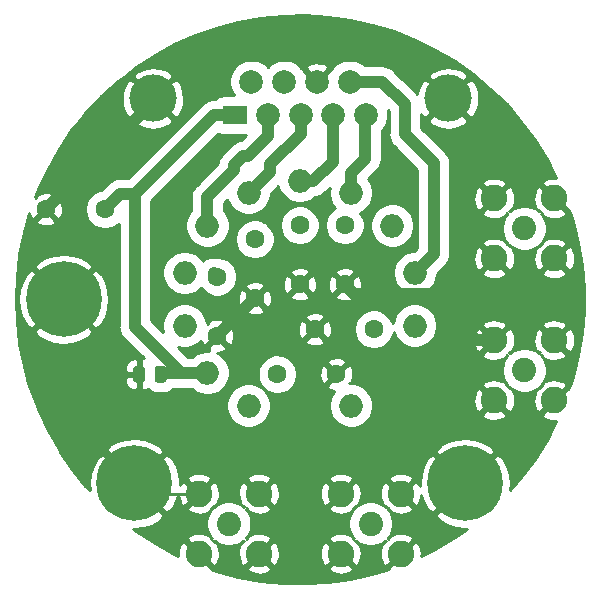
<source format=gtl>
G04 #@! TF.GenerationSoftware,KiCad,Pcbnew,5.1.10*
G04 #@! TF.CreationDate,2022-05-05T11:12:43+02:00*
G04 #@! TF.ProjectId,breakoutPcb,62726561-6b6f-4757-9450-63622e6b6963,rev?*
G04 #@! TF.SameCoordinates,Original*
G04 #@! TF.FileFunction,Copper,L1,Top*
G04 #@! TF.FilePolarity,Positive*
%FSLAX46Y46*%
G04 Gerber Fmt 4.6, Leading zero omitted, Abs format (unit mm)*
G04 Created by KiCad (PCBNEW 5.1.10) date 2022-05-05 11:12:43*
%MOMM*%
%LPD*%
G01*
G04 APERTURE LIST*
G04 #@! TA.AperFunction,ComponentPad*
%ADD10C,6.400000*%
G04 #@! TD*
G04 #@! TA.AperFunction,ComponentPad*
%ADD11C,4.000000*%
G04 #@! TD*
G04 #@! TA.AperFunction,ComponentPad*
%ADD12C,2.000000*%
G04 #@! TD*
G04 #@! TA.AperFunction,ComponentPad*
%ADD13R,2.000000X1.600000*%
G04 #@! TD*
G04 #@! TA.AperFunction,ComponentPad*
%ADD14O,2.000000X2.000000*%
G04 #@! TD*
G04 #@! TA.AperFunction,ComponentPad*
%ADD15C,1.600000*%
G04 #@! TD*
G04 #@! TA.AperFunction,ComponentPad*
%ADD16C,2.250000*%
G04 #@! TD*
G04 #@! TA.AperFunction,ComponentPad*
%ADD17C,2.050000*%
G04 #@! TD*
G04 #@! TA.AperFunction,Conductor*
%ADD18C,1.000000*%
G04 #@! TD*
G04 #@! TA.AperFunction,Conductor*
%ADD19C,0.250000*%
G04 #@! TD*
G04 #@! TA.AperFunction,Conductor*
%ADD20C,0.254000*%
G04 #@! TD*
G04 #@! TA.AperFunction,Conductor*
%ADD21C,0.100000*%
G04 #@! TD*
G04 APERTURE END LIST*
D10*
G04 #@! TO.P,REF\u002A\u002A,1*
G04 #@! TO.N,GND*
X56200000Y-76200000D03*
G04 #@! TD*
D11*
G04 #@! TO.P,J1,0*
G04 #@! TO.N,GND*
X63760000Y-59200000D03*
X88760000Y-59200000D03*
D12*
G04 #@! TO.P,J1,9*
G04 #@! TO.N,Net-(C2-Pad2)*
X80415000Y-57780000D03*
G04 #@! TO.P,J1,8*
G04 #@! TO.N,GND*
X77645000Y-57780000D03*
G04 #@! TO.P,J1,7*
G04 #@! TO.N,Net-(C7-Pad1)*
X74875000Y-57780000D03*
G04 #@! TO.P,J1,6*
G04 #@! TO.N,Net-(C6-Pad1)*
X72105000Y-57780000D03*
G04 #@! TO.P,J1,5*
G04 #@! TO.N,Net-(C1-Pad2)*
X81800000Y-60620000D03*
G04 #@! TO.P,J1,4*
G04 #@! TO.N,Net-(C3-Pad2)*
X79030000Y-60620000D03*
G04 #@! TO.P,J1,3*
G04 #@! TO.N,Net-(C5-Pad2)*
X76260000Y-60620000D03*
G04 #@! TO.P,J1,2*
G04 #@! TO.N,Net-(C4-Pad1)*
X73490000Y-60620000D03*
D13*
G04 #@! TO.P,J1,1*
G04 #@! TO.N,Net-(C8-Pad1)*
X70720000Y-60620000D03*
G04 #@! TD*
D10*
G04 #@! TO.P,REF\u002A\u002A,1*
G04 #@! TO.N,GND*
X62200000Y-91800000D03*
G04 #@! TD*
G04 #@! TO.P,REF\u002A\u002A,1*
G04 #@! TO.N,GND*
X90200000Y-91800000D03*
G04 #@! TD*
D14*
G04 #@! TO.P,CRT1,14*
G04 #@! TO.N,Net-(C1-Pad2)*
X80538837Y-67190312D03*
G04 #@! TO.P,CRT1,13*
G04 #@! TO.N,Net-(CRT1-Pad13)*
X84018314Y-69965102D03*
G04 #@! TO.P,CRT1,12*
G04 #@! TO.N,Net-(C2-Pad2)*
X85949279Y-73974791D03*
G04 #@! TO.P,CRT1,11*
G04 #@! TO.N,Net-(CRT1-Pad11)*
X85949279Y-78425209D03*
G04 #@! TO.P,CRT1,9*
G04 #@! TO.N,Net-(CRT1-Pad9)*
X80538837Y-85209688D03*
G04 #@! TO.P,CRT1,7*
G04 #@! TO.N,Net-(CRT1-Pad7)*
X71861163Y-85209688D03*
G04 #@! TO.P,CRT1,6*
G04 #@! TO.N,Net-(C8-Pad1)*
X68381686Y-82434898D03*
G04 #@! TO.P,CRT1,5*
G04 #@! TO.N,Net-(C7-Pad1)*
X66450721Y-78425209D03*
G04 #@! TO.P,CRT1,4*
G04 #@! TO.N,Net-(C6-Pad1)*
X66450721Y-73974791D03*
G04 #@! TO.P,CRT1,3*
G04 #@! TO.N,Net-(C4-Pad1)*
X68381686Y-69965102D03*
G04 #@! TO.P,CRT1,2*
G04 #@! TO.N,Net-(C5-Pad2)*
X71861163Y-67190312D03*
G04 #@! TO.P,CRT1,1*
G04 #@! TO.N,Net-(C3-Pad2)*
X76200000Y-66200000D03*
G04 #@! TD*
D15*
G04 #@! TO.P,C8,2*
G04 #@! TO.N,GND*
X54690000Y-68580000D03*
G04 #@! TO.P,C8,1*
G04 #@! TO.N,Net-(C8-Pad1)*
X59690000Y-68580000D03*
G04 #@! TD*
G04 #@! TO.P,C7,2*
G04 #@! TO.N,GND*
X79295000Y-82550000D03*
G04 #@! TO.P,C7,1*
G04 #@! TO.N,Net-(C7-Pad1)*
X74295000Y-82550000D03*
G04 #@! TD*
G04 #@! TO.P,C6,2*
G04 #@! TO.N,GND*
X69215000Y-79295000D03*
G04 #@! TO.P,C6,1*
G04 #@! TO.N,Net-(C6-Pad1)*
X69215000Y-74295000D03*
G04 #@! TD*
G04 #@! TO.P,C5,2*
G04 #@! TO.N,Net-(C5-Pad2)*
X76200000Y-69930000D03*
G04 #@! TO.P,C5,1*
G04 #@! TO.N,GND*
X76200000Y-74930000D03*
G04 #@! TD*
G04 #@! TO.P,C4,2*
G04 #@! TO.N,GND*
X72390000Y-76120000D03*
G04 #@! TO.P,C4,1*
G04 #@! TO.N,Net-(C4-Pad1)*
X72390000Y-71120000D03*
G04 #@! TD*
G04 #@! TO.P,C3,2*
G04 #@! TO.N,Net-(C3-Pad2)*
X80010000Y-69930000D03*
G04 #@! TO.P,C3,1*
G04 #@! TO.N,GND*
X80010000Y-74930000D03*
G04 #@! TD*
G04 #@! TO.P,C2,2*
G04 #@! TO.N,Net-(C2-Pad2)*
X82470000Y-78740000D03*
G04 #@! TO.P,C2,1*
G04 #@! TO.N,GND*
X77470000Y-78740000D03*
G04 #@! TD*
G04 #@! TO.P,JP1,2*
G04 #@! TO.N,GND*
G04 #@! TA.AperFunction,SMDPad,CuDef*
G36*
G01*
X63100000Y-82099998D02*
X63100000Y-83000002D01*
G75*
G02*
X62850002Y-83250000I-249998J0D01*
G01*
X62324998Y-83250000D01*
G75*
G02*
X62075000Y-83000002I0J249998D01*
G01*
X62075000Y-82099998D01*
G75*
G02*
X62324998Y-81850000I249998J0D01*
G01*
X62850002Y-81850000D01*
G75*
G02*
X63100000Y-82099998I0J-249998D01*
G01*
G37*
G04 #@! TD.AperFunction*
G04 #@! TO.P,JP1,1*
G04 #@! TO.N,Net-(C8-Pad1)*
G04 #@! TA.AperFunction,SMDPad,CuDef*
G36*
G01*
X64925000Y-82099998D02*
X64925000Y-83000002D01*
G75*
G02*
X64675002Y-83250000I-249998J0D01*
G01*
X64149998Y-83250000D01*
G75*
G02*
X63900000Y-83000002I0J249998D01*
G01*
X63900000Y-82099998D01*
G75*
G02*
X64149998Y-81850000I249998J0D01*
G01*
X64675002Y-81850000D01*
G75*
G02*
X64925000Y-82099998I0J-249998D01*
G01*
G37*
G04 #@! TD.AperFunction*
G04 #@! TD*
D16*
G04 #@! TO.P,J5,2*
G04 #@! TO.N,GND*
X92660000Y-84740000D03*
X92660000Y-79660000D03*
X97740000Y-79660000D03*
X97740000Y-84740000D03*
D17*
G04 #@! TO.P,J5,1*
G04 #@! TO.N,Net-(CRT1-Pad11)*
X95200000Y-82200000D03*
G04 #@! TD*
D16*
G04 #@! TO.P,J4,2*
G04 #@! TO.N,GND*
X92660000Y-72740000D03*
X92660000Y-67660000D03*
X97740000Y-67660000D03*
X97740000Y-72740000D03*
D17*
G04 #@! TO.P,J4,1*
G04 #@! TO.N,Net-(CRT1-Pad13)*
X95200000Y-70200000D03*
G04 #@! TD*
D16*
G04 #@! TO.P,J3,2*
G04 #@! TO.N,GND*
X67660000Y-97740000D03*
X67660000Y-92660000D03*
X72740000Y-92660000D03*
X72740000Y-97740000D03*
D17*
G04 #@! TO.P,J3,1*
G04 #@! TO.N,Net-(CRT1-Pad7)*
X70200000Y-95200000D03*
G04 #@! TD*
D16*
G04 #@! TO.P,J2,2*
G04 #@! TO.N,GND*
X79660000Y-97740000D03*
X79660000Y-92660000D03*
X84740000Y-92660000D03*
X84740000Y-97740000D03*
D17*
G04 #@! TO.P,J2,1*
G04 #@! TO.N,Net-(CRT1-Pad9)*
X82200000Y-95200000D03*
G04 #@! TD*
D18*
G04 #@! TO.N,Net-(C1-Pad2)*
X81740000Y-64310000D02*
X81740000Y-60680000D01*
X81740000Y-60680000D02*
X81800000Y-60620000D01*
X80538837Y-65511163D02*
X81740000Y-64310000D01*
X80538837Y-67190312D02*
X80538837Y-65511163D01*
G04 #@! TO.N,Net-(C2-Pad2)*
X85949279Y-73974791D02*
X87534070Y-72390000D01*
X87534070Y-72390000D02*
X87534070Y-64674070D01*
X87534070Y-64674070D02*
X85090000Y-62230000D01*
X85090000Y-62230000D02*
X85090000Y-59690000D01*
X83180000Y-57780000D02*
X80415000Y-57780000D01*
X85090000Y-59690000D02*
X83180000Y-57780000D01*
G04 #@! TO.N,Net-(C3-Pad2)*
X78970000Y-60680000D02*
X79030000Y-60620000D01*
X78970000Y-64540000D02*
X78970000Y-60680000D01*
X77310000Y-66200000D02*
X78970000Y-64540000D01*
X76200000Y-66200000D02*
X77310000Y-66200000D01*
X76200000Y-66200000D02*
X76280000Y-66200000D01*
D19*
G04 #@! TO.N,Net-(C4-Pad1)*
X73430000Y-60680000D02*
X73490000Y-60620000D01*
D18*
X68381686Y-67508314D02*
X68381686Y-69965102D01*
X70661153Y-65228847D02*
X68381686Y-67508314D01*
X70661153Y-64801777D02*
X70661153Y-65228847D01*
X71791173Y-64098827D02*
X71364103Y-64098827D01*
X73490000Y-62400000D02*
X71791173Y-64098827D01*
X71364103Y-64098827D02*
X70661153Y-64801777D01*
X73490000Y-60620000D02*
X73490000Y-62400000D01*
D19*
G04 #@! TO.N,GND*
X62587500Y-84732500D02*
X59690000Y-87630000D01*
X62587500Y-82550000D02*
X62587500Y-84732500D01*
X59690000Y-87630000D02*
X59690000Y-88900000D01*
X63500000Y-92710000D02*
X68580000Y-92710000D01*
X59690000Y-88900000D02*
X63500000Y-92710000D01*
D18*
X63760000Y-59510000D02*
X63760000Y-59200000D01*
X54690000Y-68580000D02*
X63760000Y-59510000D01*
X80809999Y-75729999D02*
X87159999Y-75729999D01*
X80010000Y-74930000D02*
X80809999Y-75729999D01*
X91090000Y-79660000D02*
X92660000Y-79660000D01*
X87159999Y-75729999D02*
X91090000Y-79660000D01*
X69215000Y-79295000D02*
X72390000Y-76120000D01*
D19*
G04 #@! TO.N,Net-(C5-Pad2)*
X76200000Y-60680000D02*
X76260000Y-60620000D01*
D18*
X76260000Y-62170000D02*
X76260000Y-60620000D01*
X73660000Y-64770000D02*
X76260000Y-62170000D01*
X73660000Y-65391475D02*
X73660000Y-64770000D01*
X71861163Y-67190312D02*
X73660000Y-65391475D01*
G04 #@! TO.N,Net-(C6-Pad1)*
X68894791Y-73974791D02*
X69215000Y-74295000D01*
D19*
G04 #@! TO.N,Net-(C8-Pad1)*
X70660000Y-60680000D02*
X70720000Y-60620000D01*
D18*
X64527602Y-82434898D02*
X64412500Y-82550000D01*
X66155102Y-82434898D02*
X62230000Y-78509796D01*
X68381686Y-82434898D02*
X66155102Y-82434898D01*
X66155102Y-82434898D02*
X64527602Y-82434898D01*
X62230000Y-78509796D02*
X62230000Y-67310000D01*
X68920000Y-60620000D02*
X70720000Y-60620000D01*
X62230000Y-67310000D02*
X68920000Y-60620000D01*
X60960000Y-67310000D02*
X59690000Y-68580000D01*
X62230000Y-67310000D02*
X60960000Y-67310000D01*
G04 #@! TD*
D20*
G04 #@! TO.N,GND*
X78586855Y-52270745D02*
X80480493Y-52536026D01*
X82347069Y-52950917D01*
X84174780Y-53512797D01*
X85952073Y-54218113D01*
X87667710Y-55062405D01*
X89310844Y-56040335D01*
X90871087Y-57145722D01*
X92338575Y-58371576D01*
X93704030Y-59710147D01*
X94958818Y-61152972D01*
X96095007Y-62690930D01*
X97105414Y-64314296D01*
X97929806Y-65908673D01*
X97682350Y-65892424D01*
X97338620Y-65937634D01*
X97010315Y-66049034D01*
X96805921Y-66158286D01*
X96695074Y-66435469D01*
X97740000Y-67480395D01*
X97754143Y-67466253D01*
X97933748Y-67645858D01*
X97919605Y-67660000D01*
X98964531Y-68704926D01*
X99022530Y-68681732D01*
X99322270Y-69591904D01*
X99774191Y-71449861D01*
X100077069Y-73337851D01*
X100228988Y-75243935D01*
X100228988Y-77156065D01*
X100077069Y-79062149D01*
X99774191Y-80950139D01*
X99322270Y-82808096D01*
X99022530Y-83718268D01*
X98964531Y-83695074D01*
X97919605Y-84740000D01*
X97933748Y-84754143D01*
X97754143Y-84933748D01*
X97740000Y-84919605D01*
X96695074Y-85964531D01*
X96805921Y-86241714D01*
X97116840Y-86395089D01*
X97451705Y-86484860D01*
X97797650Y-86507576D01*
X97930435Y-86490111D01*
X97105414Y-88085704D01*
X96095007Y-89709070D01*
X94958818Y-91247028D01*
X93998183Y-92351619D01*
X94053480Y-91824305D01*
X93984178Y-91072062D01*
X93769452Y-90347792D01*
X93417555Y-89679330D01*
X93390548Y-89638912D01*
X92900881Y-89278724D01*
X90379605Y-91800000D01*
X90393748Y-91814143D01*
X90214143Y-91993748D01*
X90200000Y-91979605D01*
X87678724Y-94500881D01*
X88038912Y-94990548D01*
X88702882Y-95350849D01*
X89424385Y-95574694D01*
X90175695Y-95653480D01*
X90327336Y-95639510D01*
X89310844Y-96359665D01*
X87667710Y-97337595D01*
X86492229Y-97916068D01*
X86507576Y-97682350D01*
X86462366Y-97338620D01*
X86350966Y-97010315D01*
X86241714Y-96805921D01*
X85964531Y-96695074D01*
X84919605Y-97740000D01*
X84933748Y-97754143D01*
X84754143Y-97933748D01*
X84740000Y-97919605D01*
X83695074Y-98964531D01*
X83720054Y-99026996D01*
X82347069Y-99449083D01*
X80480493Y-99863974D01*
X78586855Y-100129255D01*
X76678127Y-100243246D01*
X74766375Y-100205229D01*
X72863688Y-100015443D01*
X70982094Y-99675088D01*
X69133489Y-99186316D01*
X68679983Y-99026904D01*
X68704926Y-98964531D01*
X71695074Y-98964531D01*
X71805921Y-99241714D01*
X72116840Y-99395089D01*
X72451705Y-99484860D01*
X72797650Y-99507576D01*
X73141380Y-99462366D01*
X73469685Y-99350966D01*
X73674079Y-99241714D01*
X73784926Y-98964531D01*
X78615074Y-98964531D01*
X78725921Y-99241714D01*
X79036840Y-99395089D01*
X79371705Y-99484860D01*
X79717650Y-99507576D01*
X80061380Y-99462366D01*
X80389685Y-99350966D01*
X80594079Y-99241714D01*
X80704926Y-98964531D01*
X79660000Y-97919605D01*
X78615074Y-98964531D01*
X73784926Y-98964531D01*
X72740000Y-97919605D01*
X71695074Y-98964531D01*
X68704926Y-98964531D01*
X67660000Y-97919605D01*
X67645858Y-97933748D01*
X67466253Y-97754143D01*
X67480395Y-97740000D01*
X66435469Y-96695074D01*
X66158286Y-96805921D01*
X66004911Y-97116840D01*
X65915140Y-97451705D01*
X65892424Y-97797650D01*
X65908765Y-97921894D01*
X65581714Y-97776800D01*
X63901000Y-96864968D01*
X62298044Y-95822485D01*
X62063229Y-95641686D01*
X62175695Y-95653480D01*
X62927938Y-95584178D01*
X63652208Y-95369452D01*
X64320670Y-95017555D01*
X64361088Y-94990548D01*
X64721276Y-94500881D01*
X62200000Y-91979605D01*
X62185858Y-91993748D01*
X62006253Y-91814143D01*
X62020395Y-91800000D01*
X62379605Y-91800000D01*
X64900881Y-94321276D01*
X65390548Y-93961088D01*
X65432091Y-93884531D01*
X66615074Y-93884531D01*
X66725921Y-94161714D01*
X67036840Y-94315089D01*
X67371705Y-94404860D01*
X67717650Y-94427576D01*
X68061380Y-94382366D01*
X68389685Y-94270966D01*
X68594079Y-94161714D01*
X68704925Y-93884533D01*
X68765279Y-93944887D01*
X68722620Y-93987546D01*
X68514469Y-94299065D01*
X68371093Y-94645207D01*
X68298000Y-95012669D01*
X68298000Y-95387331D01*
X68371093Y-95754793D01*
X68514469Y-96100935D01*
X68722620Y-96412454D01*
X68765279Y-96455113D01*
X68704925Y-96515467D01*
X68594079Y-96238286D01*
X68283160Y-96084911D01*
X67948295Y-95995140D01*
X67602350Y-95972424D01*
X67258620Y-96017634D01*
X66930315Y-96129034D01*
X66725921Y-96238286D01*
X66615074Y-96515469D01*
X67660000Y-97560395D01*
X67674143Y-97546253D01*
X67853748Y-97725858D01*
X67839605Y-97740000D01*
X68884531Y-98784926D01*
X69161714Y-98674079D01*
X69315089Y-98363160D01*
X69404860Y-98028295D01*
X69427576Y-97682350D01*
X69382366Y-97338620D01*
X69270966Y-97010315D01*
X69161714Y-96805921D01*
X68884533Y-96695075D01*
X68944887Y-96634721D01*
X68987546Y-96677380D01*
X69299065Y-96885531D01*
X69645207Y-97028907D01*
X70012669Y-97102000D01*
X70387331Y-97102000D01*
X70754793Y-97028907D01*
X71100935Y-96885531D01*
X71412454Y-96677380D01*
X71455113Y-96634721D01*
X71515467Y-96695075D01*
X71238286Y-96805921D01*
X71084911Y-97116840D01*
X70995140Y-97451705D01*
X70972424Y-97797650D01*
X71017634Y-98141380D01*
X71129034Y-98469685D01*
X71238286Y-98674079D01*
X71515469Y-98784926D01*
X72560395Y-97740000D01*
X72919605Y-97740000D01*
X73964531Y-98784926D01*
X74241714Y-98674079D01*
X74395089Y-98363160D01*
X74484860Y-98028295D01*
X74500004Y-97797650D01*
X77892424Y-97797650D01*
X77937634Y-98141380D01*
X78049034Y-98469685D01*
X78158286Y-98674079D01*
X78435469Y-98784926D01*
X79480395Y-97740000D01*
X78435469Y-96695074D01*
X78158286Y-96805921D01*
X78004911Y-97116840D01*
X77915140Y-97451705D01*
X77892424Y-97797650D01*
X74500004Y-97797650D01*
X74507576Y-97682350D01*
X74462366Y-97338620D01*
X74350966Y-97010315D01*
X74241714Y-96805921D01*
X73964531Y-96695074D01*
X72919605Y-97740000D01*
X72560395Y-97740000D01*
X72546253Y-97725858D01*
X72725858Y-97546253D01*
X72740000Y-97560395D01*
X73784926Y-96515469D01*
X73674079Y-96238286D01*
X73363160Y-96084911D01*
X73028295Y-95995140D01*
X72682350Y-95972424D01*
X72338620Y-96017634D01*
X72010315Y-96129034D01*
X71805921Y-96238286D01*
X71695075Y-96515467D01*
X71634721Y-96455113D01*
X71677380Y-96412454D01*
X71885531Y-96100935D01*
X72028907Y-95754793D01*
X72102000Y-95387331D01*
X72102000Y-95012669D01*
X72028907Y-94645207D01*
X71885531Y-94299065D01*
X71677380Y-93987546D01*
X71634721Y-93944887D01*
X71695075Y-93884533D01*
X71805921Y-94161714D01*
X72116840Y-94315089D01*
X72451705Y-94404860D01*
X72797650Y-94427576D01*
X73141380Y-94382366D01*
X73469685Y-94270966D01*
X73674079Y-94161714D01*
X73784926Y-93884531D01*
X78615074Y-93884531D01*
X78725921Y-94161714D01*
X79036840Y-94315089D01*
X79371705Y-94404860D01*
X79717650Y-94427576D01*
X80061380Y-94382366D01*
X80389685Y-94270966D01*
X80594079Y-94161714D01*
X80704925Y-93884533D01*
X80765279Y-93944887D01*
X80722620Y-93987546D01*
X80514469Y-94299065D01*
X80371093Y-94645207D01*
X80298000Y-95012669D01*
X80298000Y-95387331D01*
X80371093Y-95754793D01*
X80514469Y-96100935D01*
X80722620Y-96412454D01*
X80765279Y-96455113D01*
X80704925Y-96515467D01*
X80594079Y-96238286D01*
X80283160Y-96084911D01*
X79948295Y-95995140D01*
X79602350Y-95972424D01*
X79258620Y-96017634D01*
X78930315Y-96129034D01*
X78725921Y-96238286D01*
X78615074Y-96515469D01*
X79660000Y-97560395D01*
X79674143Y-97546253D01*
X79853748Y-97725858D01*
X79839605Y-97740000D01*
X80884531Y-98784926D01*
X81161714Y-98674079D01*
X81315089Y-98363160D01*
X81404860Y-98028295D01*
X81427576Y-97682350D01*
X81382366Y-97338620D01*
X81270966Y-97010315D01*
X81161714Y-96805921D01*
X80884533Y-96695075D01*
X80944887Y-96634721D01*
X80987546Y-96677380D01*
X81299065Y-96885531D01*
X81645207Y-97028907D01*
X82012669Y-97102000D01*
X82387331Y-97102000D01*
X82754793Y-97028907D01*
X83100935Y-96885531D01*
X83412454Y-96677380D01*
X83455113Y-96634721D01*
X83515467Y-96695075D01*
X83238286Y-96805921D01*
X83084911Y-97116840D01*
X82995140Y-97451705D01*
X82972424Y-97797650D01*
X83017634Y-98141380D01*
X83129034Y-98469685D01*
X83238286Y-98674079D01*
X83515469Y-98784926D01*
X84560395Y-97740000D01*
X84546253Y-97725858D01*
X84725858Y-97546253D01*
X84740000Y-97560395D01*
X85784926Y-96515469D01*
X85674079Y-96238286D01*
X85363160Y-96084911D01*
X85028295Y-95995140D01*
X84682350Y-95972424D01*
X84338620Y-96017634D01*
X84010315Y-96129034D01*
X83805921Y-96238286D01*
X83695075Y-96515467D01*
X83634721Y-96455113D01*
X83677380Y-96412454D01*
X83885531Y-96100935D01*
X84028907Y-95754793D01*
X84102000Y-95387331D01*
X84102000Y-95012669D01*
X84028907Y-94645207D01*
X83885531Y-94299065D01*
X83677380Y-93987546D01*
X83634721Y-93944887D01*
X83695075Y-93884533D01*
X83805921Y-94161714D01*
X84116840Y-94315089D01*
X84451705Y-94404860D01*
X84797650Y-94427576D01*
X85141380Y-94382366D01*
X85469685Y-94270966D01*
X85674079Y-94161714D01*
X85784926Y-93884531D01*
X84740000Y-92839605D01*
X84725858Y-92853748D01*
X84546253Y-92674143D01*
X84560395Y-92660000D01*
X84919605Y-92660000D01*
X85964531Y-93704926D01*
X86241714Y-93594079D01*
X86395089Y-93283160D01*
X86484860Y-92948295D01*
X86494939Y-92794800D01*
X86630548Y-93252208D01*
X86982445Y-93920670D01*
X87009452Y-93961088D01*
X87499119Y-94321276D01*
X90020395Y-91800000D01*
X87499119Y-89278724D01*
X87009452Y-89638912D01*
X86649151Y-90302882D01*
X86425306Y-91024385D01*
X86346520Y-91775695D01*
X86364417Y-91969955D01*
X86350966Y-91930315D01*
X86241714Y-91725921D01*
X85964531Y-91615074D01*
X84919605Y-92660000D01*
X84560395Y-92660000D01*
X83515469Y-91615074D01*
X83238286Y-91725921D01*
X83084911Y-92036840D01*
X82995140Y-92371705D01*
X82972424Y-92717650D01*
X83017634Y-93061380D01*
X83129034Y-93389685D01*
X83238286Y-93594079D01*
X83515467Y-93704925D01*
X83455113Y-93765279D01*
X83412454Y-93722620D01*
X83100935Y-93514469D01*
X82754793Y-93371093D01*
X82387331Y-93298000D01*
X82012669Y-93298000D01*
X81645207Y-93371093D01*
X81299065Y-93514469D01*
X80987546Y-93722620D01*
X80944887Y-93765279D01*
X80884533Y-93704925D01*
X81161714Y-93594079D01*
X81315089Y-93283160D01*
X81404860Y-92948295D01*
X81427576Y-92602350D01*
X81382366Y-92258620D01*
X81270966Y-91930315D01*
X81161714Y-91725921D01*
X80884531Y-91615074D01*
X79839605Y-92660000D01*
X79853748Y-92674143D01*
X79674143Y-92853748D01*
X79660000Y-92839605D01*
X78615074Y-93884531D01*
X73784926Y-93884531D01*
X72740000Y-92839605D01*
X72725858Y-92853748D01*
X72546253Y-92674143D01*
X72560395Y-92660000D01*
X72919605Y-92660000D01*
X73964531Y-93704926D01*
X74241714Y-93594079D01*
X74395089Y-93283160D01*
X74484860Y-92948295D01*
X74500004Y-92717650D01*
X77892424Y-92717650D01*
X77937634Y-93061380D01*
X78049034Y-93389685D01*
X78158286Y-93594079D01*
X78435469Y-93704926D01*
X79480395Y-92660000D01*
X78435469Y-91615074D01*
X78158286Y-91725921D01*
X78004911Y-92036840D01*
X77915140Y-92371705D01*
X77892424Y-92717650D01*
X74500004Y-92717650D01*
X74507576Y-92602350D01*
X74462366Y-92258620D01*
X74350966Y-91930315D01*
X74241714Y-91725921D01*
X73964531Y-91615074D01*
X72919605Y-92660000D01*
X72560395Y-92660000D01*
X71515469Y-91615074D01*
X71238286Y-91725921D01*
X71084911Y-92036840D01*
X70995140Y-92371705D01*
X70972424Y-92717650D01*
X71017634Y-93061380D01*
X71129034Y-93389685D01*
X71238286Y-93594079D01*
X71515467Y-93704925D01*
X71455113Y-93765279D01*
X71412454Y-93722620D01*
X71100935Y-93514469D01*
X70754793Y-93371093D01*
X70387331Y-93298000D01*
X70012669Y-93298000D01*
X69645207Y-93371093D01*
X69299065Y-93514469D01*
X68987546Y-93722620D01*
X68944887Y-93765279D01*
X68884533Y-93704925D01*
X69161714Y-93594079D01*
X69315089Y-93283160D01*
X69404860Y-92948295D01*
X69427576Y-92602350D01*
X69382366Y-92258620D01*
X69270966Y-91930315D01*
X69161714Y-91725921D01*
X68884531Y-91615074D01*
X67839605Y-92660000D01*
X67853748Y-92674143D01*
X67674143Y-92853748D01*
X67660000Y-92839605D01*
X66615074Y-93884531D01*
X65432091Y-93884531D01*
X65750849Y-93297118D01*
X65903798Y-92804128D01*
X65937634Y-93061380D01*
X66049034Y-93389685D01*
X66158286Y-93594079D01*
X66435469Y-93704926D01*
X67480395Y-92660000D01*
X66435469Y-91615074D01*
X66158286Y-91725921D01*
X66038288Y-91969179D01*
X66053480Y-91824305D01*
X66017658Y-91435469D01*
X66615074Y-91435469D01*
X67660000Y-92480395D01*
X68704926Y-91435469D01*
X71695074Y-91435469D01*
X72740000Y-92480395D01*
X73784926Y-91435469D01*
X78615074Y-91435469D01*
X79660000Y-92480395D01*
X80704926Y-91435469D01*
X83695074Y-91435469D01*
X84740000Y-92480395D01*
X85784926Y-91435469D01*
X85674079Y-91158286D01*
X85363160Y-91004911D01*
X85028295Y-90915140D01*
X84682350Y-90892424D01*
X84338620Y-90937634D01*
X84010315Y-91049034D01*
X83805921Y-91158286D01*
X83695074Y-91435469D01*
X80704926Y-91435469D01*
X80594079Y-91158286D01*
X80283160Y-91004911D01*
X79948295Y-90915140D01*
X79602350Y-90892424D01*
X79258620Y-90937634D01*
X78930315Y-91049034D01*
X78725921Y-91158286D01*
X78615074Y-91435469D01*
X73784926Y-91435469D01*
X73674079Y-91158286D01*
X73363160Y-91004911D01*
X73028295Y-90915140D01*
X72682350Y-90892424D01*
X72338620Y-90937634D01*
X72010315Y-91049034D01*
X71805921Y-91158286D01*
X71695074Y-91435469D01*
X68704926Y-91435469D01*
X68594079Y-91158286D01*
X68283160Y-91004911D01*
X67948295Y-90915140D01*
X67602350Y-90892424D01*
X67258620Y-90937634D01*
X66930315Y-91049034D01*
X66725921Y-91158286D01*
X66615074Y-91435469D01*
X66017658Y-91435469D01*
X65984178Y-91072062D01*
X65769452Y-90347792D01*
X65417555Y-89679330D01*
X65390548Y-89638912D01*
X64900881Y-89278724D01*
X62379605Y-91800000D01*
X62020395Y-91800000D01*
X59499119Y-89278724D01*
X59009452Y-89638912D01*
X58649151Y-90302882D01*
X58425306Y-91024385D01*
X58346520Y-91775695D01*
X58399158Y-92347059D01*
X58054230Y-91980917D01*
X56857795Y-90489346D01*
X55913806Y-89099119D01*
X59678724Y-89099119D01*
X62200000Y-91620395D01*
X64721276Y-89099119D01*
X87678724Y-89099119D01*
X90200000Y-91620395D01*
X92721276Y-89099119D01*
X92361088Y-88609452D01*
X91697118Y-88249151D01*
X90975615Y-88025306D01*
X90224305Y-87946520D01*
X89472062Y-88015822D01*
X88747792Y-88230548D01*
X88079330Y-88582445D01*
X88038912Y-88609452D01*
X87678724Y-89099119D01*
X64721276Y-89099119D01*
X64361088Y-88609452D01*
X63697118Y-88249151D01*
X62975615Y-88025306D01*
X62224305Y-87946520D01*
X61472062Y-88015822D01*
X60747792Y-88230548D01*
X60079330Y-88582445D01*
X60038912Y-88609452D01*
X59678724Y-89099119D01*
X55913806Y-89099119D01*
X55783648Y-88907434D01*
X54838580Y-87245181D01*
X54028565Y-85513097D01*
X53845945Y-85024820D01*
X69984163Y-85024820D01*
X69984163Y-85394556D01*
X70056295Y-85757189D01*
X70197787Y-86098781D01*
X70403202Y-86406206D01*
X70664645Y-86667649D01*
X70972070Y-86873064D01*
X71313662Y-87014556D01*
X71676295Y-87086688D01*
X72046031Y-87086688D01*
X72408664Y-87014556D01*
X72750256Y-86873064D01*
X73057681Y-86667649D01*
X73319124Y-86406206D01*
X73524539Y-86098781D01*
X73666031Y-85757189D01*
X73738163Y-85394556D01*
X73738163Y-85024820D01*
X73666031Y-84662187D01*
X73524539Y-84320595D01*
X73319124Y-84013170D01*
X73057681Y-83751727D01*
X72750256Y-83546312D01*
X72408664Y-83404820D01*
X72046031Y-83332688D01*
X71676295Y-83332688D01*
X71313662Y-83404820D01*
X70972070Y-83546312D01*
X70664645Y-83751727D01*
X70403202Y-84013170D01*
X70197787Y-84320595D01*
X70056295Y-84662187D01*
X69984163Y-85024820D01*
X53845945Y-85024820D01*
X53358725Y-83722133D01*
X53223795Y-83250000D01*
X61436928Y-83250000D01*
X61449188Y-83374482D01*
X61485498Y-83494180D01*
X61544463Y-83604494D01*
X61623815Y-83701185D01*
X61720506Y-83780537D01*
X61830820Y-83839502D01*
X61950518Y-83875812D01*
X62075000Y-83888072D01*
X62301750Y-83885000D01*
X62460500Y-83726250D01*
X62460500Y-82677000D01*
X61598750Y-82677000D01*
X61440000Y-82835750D01*
X61436928Y-83250000D01*
X53223795Y-83250000D01*
X52833296Y-81883611D01*
X52826524Y-81850000D01*
X61436928Y-81850000D01*
X61440000Y-82264250D01*
X61598750Y-82423000D01*
X62460500Y-82423000D01*
X62460500Y-81373750D01*
X62301750Y-81215000D01*
X62075000Y-81211928D01*
X61950518Y-81224188D01*
X61830820Y-81260498D01*
X61720506Y-81319463D01*
X61623815Y-81398815D01*
X61544463Y-81495506D01*
X61485498Y-81605820D01*
X61449188Y-81725518D01*
X61436928Y-81850000D01*
X52826524Y-81850000D01*
X52455598Y-80009156D01*
X52322749Y-78900881D01*
X53678724Y-78900881D01*
X54038912Y-79390548D01*
X54702882Y-79750849D01*
X55424385Y-79974694D01*
X56175695Y-80053480D01*
X56927938Y-79984178D01*
X57652208Y-79769452D01*
X58320670Y-79417555D01*
X58361088Y-79390548D01*
X58721276Y-78900881D01*
X56200000Y-76379605D01*
X53678724Y-78900881D01*
X52322749Y-78900881D01*
X52228020Y-78110618D01*
X52152000Y-76200000D01*
X52152967Y-76175695D01*
X52346520Y-76175695D01*
X52415822Y-76927938D01*
X52630548Y-77652208D01*
X52982445Y-78320670D01*
X53009452Y-78361088D01*
X53499119Y-78721276D01*
X56020395Y-76200000D01*
X56379605Y-76200000D01*
X58900881Y-78721276D01*
X59390548Y-78361088D01*
X59750849Y-77697118D01*
X59974694Y-76975615D01*
X60053480Y-76224305D01*
X59984178Y-75472062D01*
X59769452Y-74747792D01*
X59417555Y-74079330D01*
X59390548Y-74038912D01*
X58900881Y-73678724D01*
X56379605Y-76200000D01*
X56020395Y-76200000D01*
X53499119Y-73678724D01*
X53009452Y-74038912D01*
X52649151Y-74702882D01*
X52425306Y-75424385D01*
X52346520Y-76175695D01*
X52152967Y-76175695D01*
X52228020Y-74289382D01*
X52322748Y-73499119D01*
X53678724Y-73499119D01*
X56200000Y-76020395D01*
X58721276Y-73499119D01*
X58361088Y-73009452D01*
X57697118Y-72649151D01*
X56975615Y-72425306D01*
X56224305Y-72346520D01*
X55472062Y-72415822D01*
X54747792Y-72630548D01*
X54079330Y-72982445D01*
X54038912Y-73009452D01*
X53678724Y-73499119D01*
X52322748Y-73499119D01*
X52455598Y-72390844D01*
X52833296Y-70516389D01*
X53102991Y-69572702D01*
X53876903Y-69572702D01*
X53948486Y-69816671D01*
X54203996Y-69937571D01*
X54478184Y-70006300D01*
X54760512Y-70020217D01*
X55040130Y-69978787D01*
X55306292Y-69883603D01*
X55431514Y-69816671D01*
X55503097Y-69572702D01*
X54690000Y-68759605D01*
X53876903Y-69572702D01*
X53102991Y-69572702D01*
X53289649Y-68919571D01*
X53291213Y-68930130D01*
X53386397Y-69196292D01*
X53453329Y-69321514D01*
X53697298Y-69393097D01*
X54510395Y-68580000D01*
X54869605Y-68580000D01*
X55682702Y-69393097D01*
X55926671Y-69321514D01*
X56047571Y-69066004D01*
X56116300Y-68791816D01*
X56130217Y-68509488D01*
X56116192Y-68414830D01*
X58013000Y-68414830D01*
X58013000Y-68745170D01*
X58077446Y-69069163D01*
X58203862Y-69374357D01*
X58387389Y-69649025D01*
X58620975Y-69882611D01*
X58895643Y-70066138D01*
X59200837Y-70192554D01*
X59524830Y-70257000D01*
X59855170Y-70257000D01*
X60179163Y-70192554D01*
X60484357Y-70066138D01*
X60759025Y-69882611D01*
X60853001Y-69788635D01*
X60853000Y-78442156D01*
X60846338Y-78509796D01*
X60862067Y-78669488D01*
X60872925Y-78779734D01*
X60951663Y-79039300D01*
X61079527Y-79278516D01*
X61251603Y-79488192D01*
X61304146Y-79531313D01*
X62986301Y-81213468D01*
X62873250Y-81215000D01*
X62714500Y-81373750D01*
X62714500Y-82423000D01*
X62734500Y-82423000D01*
X62734500Y-82677000D01*
X62714500Y-82677000D01*
X62714500Y-83726250D01*
X62873250Y-83885000D01*
X63100000Y-83888072D01*
X63224482Y-83875812D01*
X63344180Y-83839502D01*
X63376974Y-83821973D01*
X63521514Y-83940595D01*
X63717091Y-84045132D01*
X63929304Y-84109507D01*
X64149998Y-84131243D01*
X64675002Y-84131243D01*
X64895696Y-84109507D01*
X65107909Y-84045132D01*
X65303486Y-83940595D01*
X65460303Y-83811898D01*
X66087472Y-83811898D01*
X66155101Y-83818559D01*
X66222731Y-83811898D01*
X67104207Y-83811898D01*
X67185168Y-83892859D01*
X67492593Y-84098274D01*
X67834185Y-84239766D01*
X68196818Y-84311898D01*
X68566554Y-84311898D01*
X68929187Y-84239766D01*
X69270779Y-84098274D01*
X69578204Y-83892859D01*
X69839647Y-83631416D01*
X70045062Y-83323991D01*
X70186554Y-82982399D01*
X70258686Y-82619766D01*
X70258686Y-82384830D01*
X72618000Y-82384830D01*
X72618000Y-82715170D01*
X72682446Y-83039163D01*
X72808862Y-83344357D01*
X72992389Y-83619025D01*
X73225975Y-83852611D01*
X73500643Y-84036138D01*
X73805837Y-84162554D01*
X74129830Y-84227000D01*
X74460170Y-84227000D01*
X74784163Y-84162554D01*
X75089357Y-84036138D01*
X75364025Y-83852611D01*
X75597611Y-83619025D01*
X75648608Y-83542702D01*
X78481903Y-83542702D01*
X78553486Y-83786671D01*
X78808996Y-83907571D01*
X79083184Y-83976300D01*
X79116122Y-83977924D01*
X79080876Y-84013170D01*
X78875461Y-84320595D01*
X78733969Y-84662187D01*
X78661837Y-85024820D01*
X78661837Y-85394556D01*
X78733969Y-85757189D01*
X78875461Y-86098781D01*
X79080876Y-86406206D01*
X79342319Y-86667649D01*
X79649744Y-86873064D01*
X79991336Y-87014556D01*
X80353969Y-87086688D01*
X80723705Y-87086688D01*
X81086338Y-87014556D01*
X81427930Y-86873064D01*
X81735355Y-86667649D01*
X81996798Y-86406206D01*
X82202213Y-86098781D01*
X82257821Y-85964531D01*
X91615074Y-85964531D01*
X91725921Y-86241714D01*
X92036840Y-86395089D01*
X92371705Y-86484860D01*
X92717650Y-86507576D01*
X93061380Y-86462366D01*
X93389685Y-86350966D01*
X93594079Y-86241714D01*
X93704926Y-85964531D01*
X92660000Y-84919605D01*
X91615074Y-85964531D01*
X82257821Y-85964531D01*
X82343705Y-85757189D01*
X82415837Y-85394556D01*
X82415837Y-85024820D01*
X82370651Y-84797650D01*
X90892424Y-84797650D01*
X90937634Y-85141380D01*
X91049034Y-85469685D01*
X91158286Y-85674079D01*
X91435469Y-85784926D01*
X92480395Y-84740000D01*
X91435469Y-83695074D01*
X91158286Y-83805921D01*
X91004911Y-84116840D01*
X90915140Y-84451705D01*
X90892424Y-84797650D01*
X82370651Y-84797650D01*
X82343705Y-84662187D01*
X82202213Y-84320595D01*
X81996798Y-84013170D01*
X81735355Y-83751727D01*
X81427930Y-83546312D01*
X81086338Y-83404820D01*
X80723705Y-83332688D01*
X80391342Y-83332688D01*
X80531671Y-83291514D01*
X80652571Y-83036004D01*
X80721300Y-82761816D01*
X80735217Y-82479488D01*
X80693787Y-82199870D01*
X80598603Y-81933708D01*
X80531671Y-81808486D01*
X80287702Y-81736903D01*
X79474605Y-82550000D01*
X79488748Y-82564143D01*
X79309143Y-82743748D01*
X79295000Y-82729605D01*
X78481903Y-83542702D01*
X75648608Y-83542702D01*
X75781138Y-83344357D01*
X75907554Y-83039163D01*
X75972000Y-82715170D01*
X75972000Y-82620512D01*
X77854783Y-82620512D01*
X77896213Y-82900130D01*
X77991397Y-83166292D01*
X78058329Y-83291514D01*
X78302298Y-83363097D01*
X79115395Y-82550000D01*
X78302298Y-81736903D01*
X78058329Y-81808486D01*
X77937429Y-82063996D01*
X77868700Y-82338184D01*
X77854783Y-82620512D01*
X75972000Y-82620512D01*
X75972000Y-82384830D01*
X75907554Y-82060837D01*
X75781138Y-81755643D01*
X75648609Y-81557298D01*
X78481903Y-81557298D01*
X79295000Y-82370395D01*
X80108097Y-81557298D01*
X80036514Y-81313329D01*
X79781004Y-81192429D01*
X79506816Y-81123700D01*
X79224488Y-81109783D01*
X78944870Y-81151213D01*
X78678708Y-81246397D01*
X78553486Y-81313329D01*
X78481903Y-81557298D01*
X75648609Y-81557298D01*
X75597611Y-81480975D01*
X75364025Y-81247389D01*
X75089357Y-81063862D01*
X74784163Y-80937446D01*
X74518141Y-80884531D01*
X91615074Y-80884531D01*
X91725921Y-81161714D01*
X92036840Y-81315089D01*
X92371705Y-81404860D01*
X92717650Y-81427576D01*
X93061380Y-81382366D01*
X93389685Y-81270966D01*
X93594079Y-81161714D01*
X93704925Y-80884533D01*
X93765279Y-80944887D01*
X93722620Y-80987546D01*
X93514469Y-81299065D01*
X93371093Y-81645207D01*
X93298000Y-82012669D01*
X93298000Y-82387331D01*
X93371093Y-82754793D01*
X93514469Y-83100935D01*
X93722620Y-83412454D01*
X93765279Y-83455113D01*
X93704925Y-83515467D01*
X93594079Y-83238286D01*
X93283160Y-83084911D01*
X92948295Y-82995140D01*
X92602350Y-82972424D01*
X92258620Y-83017634D01*
X91930315Y-83129034D01*
X91725921Y-83238286D01*
X91615074Y-83515469D01*
X92660000Y-84560395D01*
X92674143Y-84546253D01*
X92853748Y-84725858D01*
X92839605Y-84740000D01*
X93884531Y-85784926D01*
X94161714Y-85674079D01*
X94315089Y-85363160D01*
X94404860Y-85028295D01*
X94427576Y-84682350D01*
X94382366Y-84338620D01*
X94270966Y-84010315D01*
X94161714Y-83805921D01*
X93884533Y-83695075D01*
X93944887Y-83634721D01*
X93987546Y-83677380D01*
X94299065Y-83885531D01*
X94645207Y-84028907D01*
X95012669Y-84102000D01*
X95387331Y-84102000D01*
X95754793Y-84028907D01*
X96100935Y-83885531D01*
X96412454Y-83677380D01*
X96455113Y-83634721D01*
X96515467Y-83695075D01*
X96238286Y-83805921D01*
X96084911Y-84116840D01*
X95995140Y-84451705D01*
X95972424Y-84797650D01*
X96017634Y-85141380D01*
X96129034Y-85469685D01*
X96238286Y-85674079D01*
X96515469Y-85784926D01*
X97560395Y-84740000D01*
X97546253Y-84725858D01*
X97725858Y-84546253D01*
X97740000Y-84560395D01*
X98784926Y-83515469D01*
X98674079Y-83238286D01*
X98363160Y-83084911D01*
X98028295Y-82995140D01*
X97682350Y-82972424D01*
X97338620Y-83017634D01*
X97010315Y-83129034D01*
X96805921Y-83238286D01*
X96695075Y-83515467D01*
X96634721Y-83455113D01*
X96677380Y-83412454D01*
X96885531Y-83100935D01*
X97028907Y-82754793D01*
X97102000Y-82387331D01*
X97102000Y-82012669D01*
X97028907Y-81645207D01*
X96885531Y-81299065D01*
X96677380Y-80987546D01*
X96634721Y-80944887D01*
X96695075Y-80884533D01*
X96805921Y-81161714D01*
X97116840Y-81315089D01*
X97451705Y-81404860D01*
X97797650Y-81427576D01*
X98141380Y-81382366D01*
X98469685Y-81270966D01*
X98674079Y-81161714D01*
X98784926Y-80884531D01*
X97740000Y-79839605D01*
X97725858Y-79853748D01*
X97546253Y-79674143D01*
X97560395Y-79660000D01*
X97919605Y-79660000D01*
X98964531Y-80704926D01*
X99241714Y-80594079D01*
X99395089Y-80283160D01*
X99484860Y-79948295D01*
X99507576Y-79602350D01*
X99462366Y-79258620D01*
X99350966Y-78930315D01*
X99241714Y-78725921D01*
X98964531Y-78615074D01*
X97919605Y-79660000D01*
X97560395Y-79660000D01*
X96515469Y-78615074D01*
X96238286Y-78725921D01*
X96084911Y-79036840D01*
X95995140Y-79371705D01*
X95972424Y-79717650D01*
X96017634Y-80061380D01*
X96129034Y-80389685D01*
X96238286Y-80594079D01*
X96515467Y-80704925D01*
X96455113Y-80765279D01*
X96412454Y-80722620D01*
X96100935Y-80514469D01*
X95754793Y-80371093D01*
X95387331Y-80298000D01*
X95012669Y-80298000D01*
X94645207Y-80371093D01*
X94299065Y-80514469D01*
X93987546Y-80722620D01*
X93944887Y-80765279D01*
X93884533Y-80704925D01*
X94161714Y-80594079D01*
X94315089Y-80283160D01*
X94404860Y-79948295D01*
X94427576Y-79602350D01*
X94382366Y-79258620D01*
X94270966Y-78930315D01*
X94161714Y-78725921D01*
X93884531Y-78615074D01*
X92839605Y-79660000D01*
X92853748Y-79674143D01*
X92674143Y-79853748D01*
X92660000Y-79839605D01*
X91615074Y-80884531D01*
X74518141Y-80884531D01*
X74460170Y-80873000D01*
X74129830Y-80873000D01*
X73805837Y-80937446D01*
X73500643Y-81063862D01*
X73225975Y-81247389D01*
X72992389Y-81480975D01*
X72808862Y-81755643D01*
X72682446Y-82060837D01*
X72618000Y-82384830D01*
X70258686Y-82384830D01*
X70258686Y-82250030D01*
X70186554Y-81887397D01*
X70045062Y-81545805D01*
X69839647Y-81238380D01*
X69578204Y-80976937D01*
X69270779Y-80771522D01*
X69169301Y-80729489D01*
X69285512Y-80735217D01*
X69565130Y-80693787D01*
X69831292Y-80598603D01*
X69956514Y-80531671D01*
X70028097Y-80287702D01*
X69215000Y-79474605D01*
X68401903Y-80287702D01*
X68473486Y-80531671D01*
X68528914Y-80557898D01*
X68196818Y-80557898D01*
X67834185Y-80630030D01*
X67492593Y-80771522D01*
X67185168Y-80976937D01*
X67104207Y-81057898D01*
X66725474Y-81057898D01*
X65893716Y-80226140D01*
X65903220Y-80230077D01*
X66265853Y-80302209D01*
X66635589Y-80302209D01*
X66998222Y-80230077D01*
X67339814Y-80088585D01*
X67647239Y-79883170D01*
X67834406Y-79696003D01*
X67911397Y-79911292D01*
X67978329Y-80036514D01*
X68222298Y-80108097D01*
X69035395Y-79295000D01*
X69394605Y-79295000D01*
X70207702Y-80108097D01*
X70451671Y-80036514D01*
X70572571Y-79781004D01*
X70584678Y-79732702D01*
X76656903Y-79732702D01*
X76728486Y-79976671D01*
X76983996Y-80097571D01*
X77258184Y-80166300D01*
X77540512Y-80180217D01*
X77820130Y-80138787D01*
X78086292Y-80043603D01*
X78211514Y-79976671D01*
X78283097Y-79732702D01*
X77470000Y-78919605D01*
X76656903Y-79732702D01*
X70584678Y-79732702D01*
X70641300Y-79506816D01*
X70655217Y-79224488D01*
X70613787Y-78944870D01*
X70565739Y-78810512D01*
X76029783Y-78810512D01*
X76071213Y-79090130D01*
X76166397Y-79356292D01*
X76233329Y-79481514D01*
X76477298Y-79553097D01*
X77290395Y-78740000D01*
X77649605Y-78740000D01*
X78462702Y-79553097D01*
X78706671Y-79481514D01*
X78827571Y-79226004D01*
X78896300Y-78951816D01*
X78910217Y-78669488D01*
X78896192Y-78574830D01*
X80793000Y-78574830D01*
X80793000Y-78905170D01*
X80857446Y-79229163D01*
X80983862Y-79534357D01*
X81167389Y-79809025D01*
X81400975Y-80042611D01*
X81675643Y-80226138D01*
X81980837Y-80352554D01*
X82304830Y-80417000D01*
X82635170Y-80417000D01*
X82959163Y-80352554D01*
X83264357Y-80226138D01*
X83539025Y-80042611D01*
X83772611Y-79809025D01*
X83956138Y-79534357D01*
X84082554Y-79229163D01*
X84138988Y-78945448D01*
X84144411Y-78972710D01*
X84285903Y-79314302D01*
X84491318Y-79621727D01*
X84752761Y-79883170D01*
X85060186Y-80088585D01*
X85401778Y-80230077D01*
X85764411Y-80302209D01*
X86134147Y-80302209D01*
X86496780Y-80230077D01*
X86838372Y-80088585D01*
X87145797Y-79883170D01*
X87311317Y-79717650D01*
X90892424Y-79717650D01*
X90937634Y-80061380D01*
X91049034Y-80389685D01*
X91158286Y-80594079D01*
X91435469Y-80704926D01*
X92480395Y-79660000D01*
X91435469Y-78615074D01*
X91158286Y-78725921D01*
X91004911Y-79036840D01*
X90915140Y-79371705D01*
X90892424Y-79717650D01*
X87311317Y-79717650D01*
X87407240Y-79621727D01*
X87612655Y-79314302D01*
X87754147Y-78972710D01*
X87826279Y-78610077D01*
X87826279Y-78435469D01*
X91615074Y-78435469D01*
X92660000Y-79480395D01*
X93704926Y-78435469D01*
X96695074Y-78435469D01*
X97740000Y-79480395D01*
X98784926Y-78435469D01*
X98674079Y-78158286D01*
X98363160Y-78004911D01*
X98028295Y-77915140D01*
X97682350Y-77892424D01*
X97338620Y-77937634D01*
X97010315Y-78049034D01*
X96805921Y-78158286D01*
X96695074Y-78435469D01*
X93704926Y-78435469D01*
X93594079Y-78158286D01*
X93283160Y-78004911D01*
X92948295Y-77915140D01*
X92602350Y-77892424D01*
X92258620Y-77937634D01*
X91930315Y-78049034D01*
X91725921Y-78158286D01*
X91615074Y-78435469D01*
X87826279Y-78435469D01*
X87826279Y-78240341D01*
X87754147Y-77877708D01*
X87612655Y-77536116D01*
X87407240Y-77228691D01*
X87145797Y-76967248D01*
X86838372Y-76761833D01*
X86496780Y-76620341D01*
X86134147Y-76548209D01*
X85764411Y-76548209D01*
X85401778Y-76620341D01*
X85060186Y-76761833D01*
X84752761Y-76967248D01*
X84491318Y-77228691D01*
X84285903Y-77536116D01*
X84144411Y-77877708D01*
X84074202Y-78230674D01*
X83956138Y-77945643D01*
X83772611Y-77670975D01*
X83539025Y-77437389D01*
X83264357Y-77253862D01*
X82959163Y-77127446D01*
X82635170Y-77063000D01*
X82304830Y-77063000D01*
X81980837Y-77127446D01*
X81675643Y-77253862D01*
X81400975Y-77437389D01*
X81167389Y-77670975D01*
X80983862Y-77945643D01*
X80857446Y-78250837D01*
X80793000Y-78574830D01*
X78896192Y-78574830D01*
X78868787Y-78389870D01*
X78773603Y-78123708D01*
X78706671Y-77998486D01*
X78462702Y-77926903D01*
X77649605Y-78740000D01*
X77290395Y-78740000D01*
X76477298Y-77926903D01*
X76233329Y-77998486D01*
X76112429Y-78253996D01*
X76043700Y-78528184D01*
X76029783Y-78810512D01*
X70565739Y-78810512D01*
X70518603Y-78678708D01*
X70451671Y-78553486D01*
X70207702Y-78481903D01*
X69394605Y-79295000D01*
X69035395Y-79295000D01*
X69021253Y-79280858D01*
X69200858Y-79101253D01*
X69215000Y-79115395D01*
X70028097Y-78302298D01*
X69956514Y-78058329D01*
X69701004Y-77937429D01*
X69426816Y-77868700D01*
X69144488Y-77854783D01*
X68864870Y-77896213D01*
X68598708Y-77991397D01*
X68473486Y-78058329D01*
X68401903Y-78302296D01*
X68324685Y-78225078D01*
X68255589Y-77877708D01*
X68201572Y-77747298D01*
X76656903Y-77747298D01*
X77470000Y-78560395D01*
X78283097Y-77747298D01*
X78211514Y-77503329D01*
X77956004Y-77382429D01*
X77681816Y-77313700D01*
X77399488Y-77299783D01*
X77119870Y-77341213D01*
X76853708Y-77436397D01*
X76728486Y-77503329D01*
X76656903Y-77747298D01*
X68201572Y-77747298D01*
X68114097Y-77536116D01*
X67908682Y-77228691D01*
X67792693Y-77112702D01*
X71576903Y-77112702D01*
X71648486Y-77356671D01*
X71903996Y-77477571D01*
X72178184Y-77546300D01*
X72460512Y-77560217D01*
X72740130Y-77518787D01*
X73006292Y-77423603D01*
X73131514Y-77356671D01*
X73203097Y-77112702D01*
X72390000Y-76299605D01*
X71576903Y-77112702D01*
X67792693Y-77112702D01*
X67647239Y-76967248D01*
X67339814Y-76761833D01*
X66998222Y-76620341D01*
X66635589Y-76548209D01*
X66265853Y-76548209D01*
X65903220Y-76620341D01*
X65561628Y-76761833D01*
X65254203Y-76967248D01*
X64992760Y-77228691D01*
X64787345Y-77536116D01*
X64645853Y-77877708D01*
X64573721Y-78240341D01*
X64573721Y-78610077D01*
X64645853Y-78972710D01*
X64649790Y-78982215D01*
X63607000Y-77939425D01*
X63607000Y-76190512D01*
X70949783Y-76190512D01*
X70991213Y-76470130D01*
X71086397Y-76736292D01*
X71153329Y-76861514D01*
X71397298Y-76933097D01*
X72210395Y-76120000D01*
X72569605Y-76120000D01*
X73382702Y-76933097D01*
X73626671Y-76861514D01*
X73747571Y-76606004D01*
X73816300Y-76331816D01*
X73830217Y-76049488D01*
X73811432Y-75922702D01*
X75386903Y-75922702D01*
X75458486Y-76166671D01*
X75713996Y-76287571D01*
X75988184Y-76356300D01*
X76270512Y-76370217D01*
X76550130Y-76328787D01*
X76816292Y-76233603D01*
X76941514Y-76166671D01*
X77013097Y-75922702D01*
X79196903Y-75922702D01*
X79268486Y-76166671D01*
X79523996Y-76287571D01*
X79798184Y-76356300D01*
X80080512Y-76370217D01*
X80360130Y-76328787D01*
X80626292Y-76233603D01*
X80751514Y-76166671D01*
X80823097Y-75922702D01*
X80010000Y-75109605D01*
X79196903Y-75922702D01*
X77013097Y-75922702D01*
X76200000Y-75109605D01*
X75386903Y-75922702D01*
X73811432Y-75922702D01*
X73788787Y-75769870D01*
X73693603Y-75503708D01*
X73626671Y-75378486D01*
X73382702Y-75306903D01*
X72569605Y-76120000D01*
X72210395Y-76120000D01*
X71397298Y-75306903D01*
X71153329Y-75378486D01*
X71032429Y-75633996D01*
X70963700Y-75908184D01*
X70949783Y-76190512D01*
X63607000Y-76190512D01*
X63607000Y-73789923D01*
X64573721Y-73789923D01*
X64573721Y-74159659D01*
X64645853Y-74522292D01*
X64787345Y-74863884D01*
X64992760Y-75171309D01*
X65254203Y-75432752D01*
X65561628Y-75638167D01*
X65903220Y-75779659D01*
X66265853Y-75851791D01*
X66635589Y-75851791D01*
X66998222Y-75779659D01*
X67339814Y-75638167D01*
X67647239Y-75432752D01*
X67833713Y-75246278D01*
X67912389Y-75364025D01*
X68145975Y-75597611D01*
X68420643Y-75781138D01*
X68725837Y-75907554D01*
X69049830Y-75972000D01*
X69380170Y-75972000D01*
X69704163Y-75907554D01*
X70009357Y-75781138D01*
X70284025Y-75597611D01*
X70517611Y-75364025D01*
X70675786Y-75127298D01*
X71576903Y-75127298D01*
X72390000Y-75940395D01*
X73203097Y-75127298D01*
X73165897Y-75000512D01*
X74759783Y-75000512D01*
X74801213Y-75280130D01*
X74896397Y-75546292D01*
X74963329Y-75671514D01*
X75207298Y-75743097D01*
X76020395Y-74930000D01*
X76379605Y-74930000D01*
X77192702Y-75743097D01*
X77436671Y-75671514D01*
X77557571Y-75416004D01*
X77626300Y-75141816D01*
X77633265Y-75000512D01*
X78569783Y-75000512D01*
X78611213Y-75280130D01*
X78706397Y-75546292D01*
X78773329Y-75671514D01*
X79017298Y-75743097D01*
X79830395Y-74930000D01*
X80189605Y-74930000D01*
X81002702Y-75743097D01*
X81246671Y-75671514D01*
X81367571Y-75416004D01*
X81436300Y-75141816D01*
X81450217Y-74859488D01*
X81408787Y-74579870D01*
X81313603Y-74313708D01*
X81246671Y-74188486D01*
X81002702Y-74116903D01*
X80189605Y-74930000D01*
X79830395Y-74930000D01*
X79017298Y-74116903D01*
X78773329Y-74188486D01*
X78652429Y-74443996D01*
X78583700Y-74718184D01*
X78569783Y-75000512D01*
X77633265Y-75000512D01*
X77640217Y-74859488D01*
X77598787Y-74579870D01*
X77503603Y-74313708D01*
X77436671Y-74188486D01*
X77192702Y-74116903D01*
X76379605Y-74930000D01*
X76020395Y-74930000D01*
X75207298Y-74116903D01*
X74963329Y-74188486D01*
X74842429Y-74443996D01*
X74773700Y-74718184D01*
X74759783Y-75000512D01*
X73165897Y-75000512D01*
X73131514Y-74883329D01*
X72876004Y-74762429D01*
X72601816Y-74693700D01*
X72319488Y-74679783D01*
X72039870Y-74721213D01*
X71773708Y-74816397D01*
X71648486Y-74883329D01*
X71576903Y-75127298D01*
X70675786Y-75127298D01*
X70701138Y-75089357D01*
X70827554Y-74784163D01*
X70892000Y-74460170D01*
X70892000Y-74129830D01*
X70853704Y-73937298D01*
X75386903Y-73937298D01*
X76200000Y-74750395D01*
X77013097Y-73937298D01*
X79196903Y-73937298D01*
X80010000Y-74750395D01*
X80823097Y-73937298D01*
X80751514Y-73693329D01*
X80496004Y-73572429D01*
X80221816Y-73503700D01*
X79939488Y-73489783D01*
X79659870Y-73531213D01*
X79393708Y-73626397D01*
X79268486Y-73693329D01*
X79196903Y-73937298D01*
X77013097Y-73937298D01*
X76941514Y-73693329D01*
X76686004Y-73572429D01*
X76411816Y-73503700D01*
X76129488Y-73489783D01*
X75849870Y-73531213D01*
X75583708Y-73626397D01*
X75458486Y-73693329D01*
X75386903Y-73937298D01*
X70853704Y-73937298D01*
X70827554Y-73805837D01*
X70701138Y-73500643D01*
X70517611Y-73225975D01*
X70284025Y-72992389D01*
X70009357Y-72808862D01*
X69704163Y-72682446D01*
X69380170Y-72618000D01*
X69165666Y-72618000D01*
X69164730Y-72617716D01*
X68894791Y-72591129D01*
X68624852Y-72617716D01*
X68365287Y-72696454D01*
X68126070Y-72824319D01*
X68005542Y-72923234D01*
X67908682Y-72778273D01*
X67647239Y-72516830D01*
X67339814Y-72311415D01*
X66998222Y-72169923D01*
X66635589Y-72097791D01*
X66265853Y-72097791D01*
X65903220Y-72169923D01*
X65561628Y-72311415D01*
X65254203Y-72516830D01*
X64992760Y-72778273D01*
X64787345Y-73085698D01*
X64645853Y-73427290D01*
X64573721Y-73789923D01*
X63607000Y-73789923D01*
X63607000Y-67880371D01*
X69298337Y-62189035D01*
X69382763Y-62234162D01*
X69548078Y-62284310D01*
X69720000Y-62301243D01*
X71641386Y-62301243D01*
X71212535Y-62730093D01*
X71094164Y-62741752D01*
X70834598Y-62820490D01*
X70595382Y-62948354D01*
X70385706Y-63120430D01*
X70342582Y-63172977D01*
X69735299Y-63780260D01*
X69682756Y-63823381D01*
X69510680Y-64033057D01*
X69417527Y-64207333D01*
X69382816Y-64272273D01*
X69304078Y-64531838D01*
X69292419Y-64650209D01*
X67455832Y-66486797D01*
X67403289Y-66529918D01*
X67231213Y-66739594D01*
X67134584Y-66920373D01*
X67103349Y-66978810D01*
X67024611Y-67238375D01*
X66998024Y-67508314D01*
X67004686Y-67575954D01*
X67004686Y-68687623D01*
X66923725Y-68768584D01*
X66718310Y-69076009D01*
X66576818Y-69417601D01*
X66504686Y-69780234D01*
X66504686Y-70149970D01*
X66576818Y-70512603D01*
X66718310Y-70854195D01*
X66923725Y-71161620D01*
X67185168Y-71423063D01*
X67492593Y-71628478D01*
X67834185Y-71769970D01*
X68196818Y-71842102D01*
X68566554Y-71842102D01*
X68929187Y-71769970D01*
X69270779Y-71628478D01*
X69578204Y-71423063D01*
X69839647Y-71161620D01*
X69977819Y-70954830D01*
X70713000Y-70954830D01*
X70713000Y-71285170D01*
X70777446Y-71609163D01*
X70903862Y-71914357D01*
X71087389Y-72189025D01*
X71320975Y-72422611D01*
X71595643Y-72606138D01*
X71900837Y-72732554D01*
X72224830Y-72797000D01*
X72555170Y-72797000D01*
X72879163Y-72732554D01*
X73184357Y-72606138D01*
X73459025Y-72422611D01*
X73692611Y-72189025D01*
X73876138Y-71914357D01*
X74002554Y-71609163D01*
X74067000Y-71285170D01*
X74067000Y-70954830D01*
X74002554Y-70630837D01*
X73876138Y-70325643D01*
X73692611Y-70050975D01*
X73459025Y-69817389D01*
X73380365Y-69764830D01*
X74523000Y-69764830D01*
X74523000Y-70095170D01*
X74587446Y-70419163D01*
X74713862Y-70724357D01*
X74897389Y-70999025D01*
X75130975Y-71232611D01*
X75405643Y-71416138D01*
X75710837Y-71542554D01*
X76034830Y-71607000D01*
X76365170Y-71607000D01*
X76689163Y-71542554D01*
X76994357Y-71416138D01*
X77269025Y-71232611D01*
X77502611Y-70999025D01*
X77686138Y-70724357D01*
X77812554Y-70419163D01*
X77877000Y-70095170D01*
X77877000Y-69764830D01*
X77812554Y-69440837D01*
X77686138Y-69135643D01*
X77502611Y-68860975D01*
X77269025Y-68627389D01*
X76994357Y-68443862D01*
X76689163Y-68317446D01*
X76365170Y-68253000D01*
X76034830Y-68253000D01*
X75710837Y-68317446D01*
X75405643Y-68443862D01*
X75130975Y-68627389D01*
X74897389Y-68860975D01*
X74713862Y-69135643D01*
X74587446Y-69440837D01*
X74523000Y-69764830D01*
X73380365Y-69764830D01*
X73184357Y-69633862D01*
X72879163Y-69507446D01*
X72555170Y-69443000D01*
X72224830Y-69443000D01*
X71900837Y-69507446D01*
X71595643Y-69633862D01*
X71320975Y-69817389D01*
X71087389Y-70050975D01*
X70903862Y-70325643D01*
X70777446Y-70630837D01*
X70713000Y-70954830D01*
X69977819Y-70954830D01*
X70045062Y-70854195D01*
X70186554Y-70512603D01*
X70258686Y-70149970D01*
X70258686Y-69780234D01*
X70186554Y-69417601D01*
X70045062Y-69076009D01*
X69839647Y-68768584D01*
X69758686Y-68687623D01*
X69758686Y-68078685D01*
X70068967Y-67768405D01*
X70197787Y-68079405D01*
X70403202Y-68386830D01*
X70664645Y-68648273D01*
X70972070Y-68853688D01*
X71313662Y-68995180D01*
X71676295Y-69067312D01*
X72046031Y-69067312D01*
X72408664Y-68995180D01*
X72750256Y-68853688D01*
X73057681Y-68648273D01*
X73319124Y-68386830D01*
X73524539Y-68079405D01*
X73666031Y-67737813D01*
X73738163Y-67375180D01*
X73738163Y-67260684D01*
X74371276Y-66627570D01*
X74395132Y-66747501D01*
X74536624Y-67089093D01*
X74742039Y-67396518D01*
X75003482Y-67657961D01*
X75310907Y-67863376D01*
X75652499Y-68004868D01*
X76015132Y-68077000D01*
X76384868Y-68077000D01*
X76747501Y-68004868D01*
X77089093Y-67863376D01*
X77396518Y-67657961D01*
X77488387Y-67566092D01*
X77579939Y-67557075D01*
X77740683Y-67508314D01*
X77839505Y-67478337D01*
X78078721Y-67350473D01*
X78288397Y-67178397D01*
X78331521Y-67125850D01*
X78713958Y-66743413D01*
X78661837Y-67005444D01*
X78661837Y-67375180D01*
X78733969Y-67737813D01*
X78875461Y-68079405D01*
X79080876Y-68386830D01*
X79169044Y-68474998D01*
X78940975Y-68627389D01*
X78707389Y-68860975D01*
X78523862Y-69135643D01*
X78397446Y-69440837D01*
X78333000Y-69764830D01*
X78333000Y-70095170D01*
X78397446Y-70419163D01*
X78523862Y-70724357D01*
X78707389Y-70999025D01*
X78940975Y-71232611D01*
X79215643Y-71416138D01*
X79520837Y-71542554D01*
X79844830Y-71607000D01*
X80175170Y-71607000D01*
X80499163Y-71542554D01*
X80804357Y-71416138D01*
X81079025Y-71232611D01*
X81312611Y-70999025D01*
X81496138Y-70724357D01*
X81622554Y-70419163D01*
X81687000Y-70095170D01*
X81687000Y-69780234D01*
X82141314Y-69780234D01*
X82141314Y-70149970D01*
X82213446Y-70512603D01*
X82354938Y-70854195D01*
X82560353Y-71161620D01*
X82821796Y-71423063D01*
X83129221Y-71628478D01*
X83470813Y-71769970D01*
X83833446Y-71842102D01*
X84203182Y-71842102D01*
X84565815Y-71769970D01*
X84907407Y-71628478D01*
X85214832Y-71423063D01*
X85476275Y-71161620D01*
X85681690Y-70854195D01*
X85823182Y-70512603D01*
X85895314Y-70149970D01*
X85895314Y-69780234D01*
X85823182Y-69417601D01*
X85681690Y-69076009D01*
X85476275Y-68768584D01*
X85214832Y-68507141D01*
X84907407Y-68301726D01*
X84565815Y-68160234D01*
X84203182Y-68088102D01*
X83833446Y-68088102D01*
X83470813Y-68160234D01*
X83129221Y-68301726D01*
X82821796Y-68507141D01*
X82560353Y-68768584D01*
X82354938Y-69076009D01*
X82213446Y-69417601D01*
X82141314Y-69780234D01*
X81687000Y-69780234D01*
X81687000Y-69764830D01*
X81622554Y-69440837D01*
X81496138Y-69135643D01*
X81333795Y-68892680D01*
X81427930Y-68853688D01*
X81735355Y-68648273D01*
X81996798Y-68386830D01*
X82202213Y-68079405D01*
X82343705Y-67737813D01*
X82415837Y-67375180D01*
X82415837Y-67005444D01*
X82343705Y-66642811D01*
X82202213Y-66301219D01*
X81999513Y-65997858D01*
X82665859Y-65331512D01*
X82718396Y-65288397D01*
X82890473Y-65078721D01*
X83018337Y-64839505D01*
X83059939Y-64702360D01*
X83097075Y-64579940D01*
X83123662Y-64310001D01*
X83117000Y-64242361D01*
X83117000Y-61957479D01*
X83257961Y-61816518D01*
X83463376Y-61509093D01*
X83604868Y-61167501D01*
X83677000Y-60804868D01*
X83677000Y-60435132D01*
X83624668Y-60172040D01*
X83713001Y-60260373D01*
X83713000Y-62162360D01*
X83706338Y-62230000D01*
X83727016Y-62439939D01*
X83732925Y-62499938D01*
X83811663Y-62759504D01*
X83939527Y-62998720D01*
X84111603Y-63208396D01*
X84164146Y-63251517D01*
X86157071Y-65244443D01*
X86157070Y-71819628D01*
X85878907Y-72097791D01*
X85764411Y-72097791D01*
X85401778Y-72169923D01*
X85060186Y-72311415D01*
X84752761Y-72516830D01*
X84491318Y-72778273D01*
X84285903Y-73085698D01*
X84144411Y-73427290D01*
X84072279Y-73789923D01*
X84072279Y-74159659D01*
X84144411Y-74522292D01*
X84285903Y-74863884D01*
X84491318Y-75171309D01*
X84752761Y-75432752D01*
X85060186Y-75638167D01*
X85401778Y-75779659D01*
X85764411Y-75851791D01*
X86134147Y-75851791D01*
X86496780Y-75779659D01*
X86838372Y-75638167D01*
X87145797Y-75432752D01*
X87407240Y-75171309D01*
X87612655Y-74863884D01*
X87754147Y-74522292D01*
X87826279Y-74159659D01*
X87826279Y-74045163D01*
X87906911Y-73964531D01*
X91615074Y-73964531D01*
X91725921Y-74241714D01*
X92036840Y-74395089D01*
X92371705Y-74484860D01*
X92717650Y-74507576D01*
X93061380Y-74462366D01*
X93389685Y-74350966D01*
X93594079Y-74241714D01*
X93704926Y-73964531D01*
X96695074Y-73964531D01*
X96805921Y-74241714D01*
X97116840Y-74395089D01*
X97451705Y-74484860D01*
X97797650Y-74507576D01*
X98141380Y-74462366D01*
X98469685Y-74350966D01*
X98674079Y-74241714D01*
X98784926Y-73964531D01*
X97740000Y-72919605D01*
X96695074Y-73964531D01*
X93704926Y-73964531D01*
X92660000Y-72919605D01*
X91615074Y-73964531D01*
X87906911Y-73964531D01*
X88459930Y-73411512D01*
X88512466Y-73368397D01*
X88684543Y-73158721D01*
X88812407Y-72919505D01*
X88849371Y-72797650D01*
X90892424Y-72797650D01*
X90937634Y-73141380D01*
X91049034Y-73469685D01*
X91158286Y-73674079D01*
X91435469Y-73784926D01*
X92480395Y-72740000D01*
X91435469Y-71695074D01*
X91158286Y-71805921D01*
X91004911Y-72116840D01*
X90915140Y-72451705D01*
X90892424Y-72797650D01*
X88849371Y-72797650D01*
X88869118Y-72732554D01*
X88891145Y-72659940D01*
X88917732Y-72390000D01*
X88911070Y-72322360D01*
X88911070Y-68884531D01*
X91615074Y-68884531D01*
X91725921Y-69161714D01*
X92036840Y-69315089D01*
X92371705Y-69404860D01*
X92717650Y-69427576D01*
X93061380Y-69382366D01*
X93389685Y-69270966D01*
X93594079Y-69161714D01*
X93704925Y-68884533D01*
X93765279Y-68944887D01*
X93722620Y-68987546D01*
X93514469Y-69299065D01*
X93371093Y-69645207D01*
X93298000Y-70012669D01*
X93298000Y-70387331D01*
X93371093Y-70754793D01*
X93514469Y-71100935D01*
X93722620Y-71412454D01*
X93765279Y-71455113D01*
X93704925Y-71515467D01*
X93594079Y-71238286D01*
X93283160Y-71084911D01*
X92948295Y-70995140D01*
X92602350Y-70972424D01*
X92258620Y-71017634D01*
X91930315Y-71129034D01*
X91725921Y-71238286D01*
X91615074Y-71515469D01*
X92660000Y-72560395D01*
X92674143Y-72546253D01*
X92853748Y-72725858D01*
X92839605Y-72740000D01*
X93884531Y-73784926D01*
X94161714Y-73674079D01*
X94315089Y-73363160D01*
X94404860Y-73028295D01*
X94427576Y-72682350D01*
X94382366Y-72338620D01*
X94270966Y-72010315D01*
X94161714Y-71805921D01*
X93884533Y-71695075D01*
X93944887Y-71634721D01*
X93987546Y-71677380D01*
X94299065Y-71885531D01*
X94645207Y-72028907D01*
X95012669Y-72102000D01*
X95387331Y-72102000D01*
X95754793Y-72028907D01*
X96100935Y-71885531D01*
X96412454Y-71677380D01*
X96455113Y-71634721D01*
X96515467Y-71695075D01*
X96238286Y-71805921D01*
X96084911Y-72116840D01*
X95995140Y-72451705D01*
X95972424Y-72797650D01*
X96017634Y-73141380D01*
X96129034Y-73469685D01*
X96238286Y-73674079D01*
X96515469Y-73784926D01*
X97560395Y-72740000D01*
X97919605Y-72740000D01*
X98964531Y-73784926D01*
X99241714Y-73674079D01*
X99395089Y-73363160D01*
X99484860Y-73028295D01*
X99507576Y-72682350D01*
X99462366Y-72338620D01*
X99350966Y-72010315D01*
X99241714Y-71805921D01*
X98964531Y-71695074D01*
X97919605Y-72740000D01*
X97560395Y-72740000D01*
X97546253Y-72725858D01*
X97725858Y-72546253D01*
X97740000Y-72560395D01*
X98784926Y-71515469D01*
X98674079Y-71238286D01*
X98363160Y-71084911D01*
X98028295Y-70995140D01*
X97682350Y-70972424D01*
X97338620Y-71017634D01*
X97010315Y-71129034D01*
X96805921Y-71238286D01*
X96695075Y-71515467D01*
X96634721Y-71455113D01*
X96677380Y-71412454D01*
X96885531Y-71100935D01*
X97028907Y-70754793D01*
X97102000Y-70387331D01*
X97102000Y-70012669D01*
X97028907Y-69645207D01*
X96885531Y-69299065D01*
X96677380Y-68987546D01*
X96634721Y-68944887D01*
X96695075Y-68884533D01*
X96805921Y-69161714D01*
X97116840Y-69315089D01*
X97451705Y-69404860D01*
X97797650Y-69427576D01*
X98141380Y-69382366D01*
X98469685Y-69270966D01*
X98674079Y-69161714D01*
X98784926Y-68884531D01*
X97740000Y-67839605D01*
X97725858Y-67853748D01*
X97546253Y-67674143D01*
X97560395Y-67660000D01*
X96515469Y-66615074D01*
X96238286Y-66725921D01*
X96084911Y-67036840D01*
X95995140Y-67371705D01*
X95972424Y-67717650D01*
X96017634Y-68061380D01*
X96129034Y-68389685D01*
X96238286Y-68594079D01*
X96515467Y-68704925D01*
X96455113Y-68765279D01*
X96412454Y-68722620D01*
X96100935Y-68514469D01*
X95754793Y-68371093D01*
X95387331Y-68298000D01*
X95012669Y-68298000D01*
X94645207Y-68371093D01*
X94299065Y-68514469D01*
X93987546Y-68722620D01*
X93944887Y-68765279D01*
X93884533Y-68704925D01*
X94161714Y-68594079D01*
X94315089Y-68283160D01*
X94404860Y-67948295D01*
X94427576Y-67602350D01*
X94382366Y-67258620D01*
X94270966Y-66930315D01*
X94161714Y-66725921D01*
X93884531Y-66615074D01*
X92839605Y-67660000D01*
X92853748Y-67674143D01*
X92674143Y-67853748D01*
X92660000Y-67839605D01*
X91615074Y-68884531D01*
X88911070Y-68884531D01*
X88911070Y-67717650D01*
X90892424Y-67717650D01*
X90937634Y-68061380D01*
X91049034Y-68389685D01*
X91158286Y-68594079D01*
X91435469Y-68704926D01*
X92480395Y-67660000D01*
X91435469Y-66615074D01*
X91158286Y-66725921D01*
X91004911Y-67036840D01*
X90915140Y-67371705D01*
X90892424Y-67717650D01*
X88911070Y-67717650D01*
X88911070Y-66435469D01*
X91615074Y-66435469D01*
X92660000Y-67480395D01*
X93704926Y-66435469D01*
X93594079Y-66158286D01*
X93283160Y-66004911D01*
X92948295Y-65915140D01*
X92602350Y-65892424D01*
X92258620Y-65937634D01*
X91930315Y-66049034D01*
X91725921Y-66158286D01*
X91615074Y-66435469D01*
X88911070Y-66435469D01*
X88911070Y-64741710D01*
X88917732Y-64674070D01*
X88891145Y-64404130D01*
X88812407Y-64144565D01*
X88787959Y-64098827D01*
X88684543Y-63905349D01*
X88512467Y-63695673D01*
X88459925Y-63652553D01*
X86467000Y-61659629D01*
X86467000Y-61047499D01*
X87092106Y-61047499D01*
X87308228Y-61414258D01*
X87768105Y-61654938D01*
X88266098Y-61801275D01*
X88783071Y-61847648D01*
X89299159Y-61792273D01*
X89794526Y-61637279D01*
X90211772Y-61414258D01*
X90427894Y-61047499D01*
X88760000Y-59379605D01*
X87092106Y-61047499D01*
X86467000Y-61047499D01*
X86467000Y-60504455D01*
X86545742Y-60651772D01*
X86912501Y-60867894D01*
X88580395Y-59200000D01*
X88939605Y-59200000D01*
X90607499Y-60867894D01*
X90974258Y-60651772D01*
X91214938Y-60191895D01*
X91361275Y-59693902D01*
X91407648Y-59176929D01*
X91352273Y-58660841D01*
X91197279Y-58165474D01*
X90974258Y-57748228D01*
X90607499Y-57532106D01*
X88939605Y-59200000D01*
X88580395Y-59200000D01*
X86912501Y-57532106D01*
X86545742Y-57748228D01*
X86305062Y-58208105D01*
X86158725Y-58706098D01*
X86149380Y-58810281D01*
X86068397Y-58711603D01*
X86015855Y-58668483D01*
X84699873Y-57352501D01*
X87092106Y-57352501D01*
X88760000Y-59020395D01*
X90427894Y-57352501D01*
X90211772Y-56985742D01*
X89751895Y-56745062D01*
X89253902Y-56598725D01*
X88736929Y-56552352D01*
X88220841Y-56607727D01*
X87725474Y-56762721D01*
X87308228Y-56985742D01*
X87092106Y-57352501D01*
X84699873Y-57352501D01*
X84201521Y-56854150D01*
X84158397Y-56801603D01*
X83948721Y-56629527D01*
X83709505Y-56501663D01*
X83449939Y-56422925D01*
X83247640Y-56403000D01*
X83180000Y-56396338D01*
X83112360Y-56403000D01*
X81692479Y-56403000D01*
X81611518Y-56322039D01*
X81304093Y-56116624D01*
X80962501Y-55975132D01*
X80599868Y-55903000D01*
X80230132Y-55903000D01*
X79867499Y-55975132D01*
X79525907Y-56116624D01*
X79218482Y-56322039D01*
X78957039Y-56583482D01*
X78793125Y-56828796D01*
X78780413Y-56824192D01*
X77824605Y-57780000D01*
X77838748Y-57794143D01*
X77659143Y-57973748D01*
X77645000Y-57959605D01*
X77630858Y-57973748D01*
X77451253Y-57794143D01*
X77465395Y-57780000D01*
X76509587Y-56824192D01*
X76496875Y-56828796D01*
X76373791Y-56644587D01*
X76689192Y-56644587D01*
X77645000Y-57600395D01*
X78600808Y-56644587D01*
X78505044Y-56380186D01*
X78215429Y-56239296D01*
X77903892Y-56157616D01*
X77582405Y-56138282D01*
X77263325Y-56182039D01*
X76958912Y-56287205D01*
X76784956Y-56380186D01*
X76689192Y-56644587D01*
X76373791Y-56644587D01*
X76332961Y-56583482D01*
X76071518Y-56322039D01*
X75764093Y-56116624D01*
X75422501Y-55975132D01*
X75059868Y-55903000D01*
X74690132Y-55903000D01*
X74327499Y-55975132D01*
X73985907Y-56116624D01*
X73678482Y-56322039D01*
X73490000Y-56510521D01*
X73301518Y-56322039D01*
X72994093Y-56116624D01*
X72652501Y-55975132D01*
X72289868Y-55903000D01*
X71920132Y-55903000D01*
X71557499Y-55975132D01*
X71215907Y-56116624D01*
X70908482Y-56322039D01*
X70647039Y-56583482D01*
X70441624Y-56890907D01*
X70300132Y-57232499D01*
X70228000Y-57595132D01*
X70228000Y-57964868D01*
X70300132Y-58327501D01*
X70441624Y-58669093D01*
X70621808Y-58938757D01*
X69720000Y-58938757D01*
X69548078Y-58955690D01*
X69382763Y-59005838D01*
X69230408Y-59087273D01*
X69096867Y-59196867D01*
X69059007Y-59243000D01*
X68987640Y-59243000D01*
X68920000Y-59236338D01*
X68650060Y-59262925D01*
X68539912Y-59296338D01*
X68390495Y-59341663D01*
X68151279Y-59469527D01*
X67941603Y-59641603D01*
X67898483Y-59694145D01*
X61659629Y-65933000D01*
X61027636Y-65933000D01*
X60959999Y-65926338D01*
X60892362Y-65933000D01*
X60892360Y-65933000D01*
X60690061Y-65952925D01*
X60430495Y-66031663D01*
X60191279Y-66159527D01*
X59981603Y-66331603D01*
X59938485Y-66384143D01*
X59393507Y-66929122D01*
X59200837Y-66967446D01*
X58895643Y-67093862D01*
X58620975Y-67277389D01*
X58387389Y-67510975D01*
X58203862Y-67785643D01*
X58077446Y-68090837D01*
X58013000Y-68414830D01*
X56116192Y-68414830D01*
X56088787Y-68229870D01*
X55993603Y-67963708D01*
X55926671Y-67838486D01*
X55682702Y-67766903D01*
X54869605Y-68580000D01*
X54510395Y-68580000D01*
X54496253Y-68565858D01*
X54675858Y-68386253D01*
X54690000Y-68400395D01*
X55503097Y-67587298D01*
X55431514Y-67343329D01*
X55176004Y-67222429D01*
X54901816Y-67153700D01*
X54619488Y-67139783D01*
X54339870Y-67181213D01*
X54073708Y-67276397D01*
X53948486Y-67343329D01*
X53876903Y-67587296D01*
X53796633Y-67507026D01*
X54028565Y-66886903D01*
X54838580Y-65154819D01*
X55783648Y-63492566D01*
X56857795Y-61910654D01*
X57550158Y-61047499D01*
X62092106Y-61047499D01*
X62308228Y-61414258D01*
X62768105Y-61654938D01*
X63266098Y-61801275D01*
X63783071Y-61847648D01*
X64299159Y-61792273D01*
X64794526Y-61637279D01*
X65211772Y-61414258D01*
X65427894Y-61047499D01*
X63760000Y-59379605D01*
X62092106Y-61047499D01*
X57550158Y-61047499D01*
X58054230Y-60419083D01*
X59180945Y-59223071D01*
X61112352Y-59223071D01*
X61167727Y-59739159D01*
X61322721Y-60234526D01*
X61545742Y-60651772D01*
X61912501Y-60867894D01*
X63580395Y-59200000D01*
X63939605Y-59200000D01*
X65607499Y-60867894D01*
X65974258Y-60651772D01*
X66214938Y-60191895D01*
X66361275Y-59693902D01*
X66407648Y-59176929D01*
X66352273Y-58660841D01*
X66197279Y-58165474D01*
X65974258Y-57748228D01*
X65607499Y-57532106D01*
X63939605Y-59200000D01*
X63580395Y-59200000D01*
X61912501Y-57532106D01*
X61545742Y-57748228D01*
X61305062Y-58208105D01*
X61158725Y-58706098D01*
X61112352Y-59223071D01*
X59180945Y-59223071D01*
X59365388Y-59027285D01*
X60782980Y-57744058D01*
X61291520Y-57352501D01*
X62092106Y-57352501D01*
X63760000Y-59020395D01*
X65427894Y-57352501D01*
X65211772Y-56985742D01*
X64751895Y-56745062D01*
X64253902Y-56598725D01*
X63736929Y-56552352D01*
X63220841Y-56607727D01*
X62725474Y-56762721D01*
X62308228Y-56985742D01*
X62092106Y-57352501D01*
X61291520Y-57352501D01*
X62298044Y-56577515D01*
X63901000Y-55535032D01*
X65581714Y-54623200D01*
X67329560Y-53847783D01*
X69133489Y-53213684D01*
X70982094Y-52724912D01*
X72863688Y-52384557D01*
X74766375Y-52194771D01*
X76678127Y-52156754D01*
X78586855Y-52270745D01*
G04 #@! TA.AperFunction,Conductor*
D21*
G36*
X78586855Y-52270745D02*
G01*
X80480493Y-52536026D01*
X82347069Y-52950917D01*
X84174780Y-53512797D01*
X85952073Y-54218113D01*
X87667710Y-55062405D01*
X89310844Y-56040335D01*
X90871087Y-57145722D01*
X92338575Y-58371576D01*
X93704030Y-59710147D01*
X94958818Y-61152972D01*
X96095007Y-62690930D01*
X97105414Y-64314296D01*
X97929806Y-65908673D01*
X97682350Y-65892424D01*
X97338620Y-65937634D01*
X97010315Y-66049034D01*
X96805921Y-66158286D01*
X96695074Y-66435469D01*
X97740000Y-67480395D01*
X97754143Y-67466253D01*
X97933748Y-67645858D01*
X97919605Y-67660000D01*
X98964531Y-68704926D01*
X99022530Y-68681732D01*
X99322270Y-69591904D01*
X99774191Y-71449861D01*
X100077069Y-73337851D01*
X100228988Y-75243935D01*
X100228988Y-77156065D01*
X100077069Y-79062149D01*
X99774191Y-80950139D01*
X99322270Y-82808096D01*
X99022530Y-83718268D01*
X98964531Y-83695074D01*
X97919605Y-84740000D01*
X97933748Y-84754143D01*
X97754143Y-84933748D01*
X97740000Y-84919605D01*
X96695074Y-85964531D01*
X96805921Y-86241714D01*
X97116840Y-86395089D01*
X97451705Y-86484860D01*
X97797650Y-86507576D01*
X97930435Y-86490111D01*
X97105414Y-88085704D01*
X96095007Y-89709070D01*
X94958818Y-91247028D01*
X93998183Y-92351619D01*
X94053480Y-91824305D01*
X93984178Y-91072062D01*
X93769452Y-90347792D01*
X93417555Y-89679330D01*
X93390548Y-89638912D01*
X92900881Y-89278724D01*
X90379605Y-91800000D01*
X90393748Y-91814143D01*
X90214143Y-91993748D01*
X90200000Y-91979605D01*
X87678724Y-94500881D01*
X88038912Y-94990548D01*
X88702882Y-95350849D01*
X89424385Y-95574694D01*
X90175695Y-95653480D01*
X90327336Y-95639510D01*
X89310844Y-96359665D01*
X87667710Y-97337595D01*
X86492229Y-97916068D01*
X86507576Y-97682350D01*
X86462366Y-97338620D01*
X86350966Y-97010315D01*
X86241714Y-96805921D01*
X85964531Y-96695074D01*
X84919605Y-97740000D01*
X84933748Y-97754143D01*
X84754143Y-97933748D01*
X84740000Y-97919605D01*
X83695074Y-98964531D01*
X83720054Y-99026996D01*
X82347069Y-99449083D01*
X80480493Y-99863974D01*
X78586855Y-100129255D01*
X76678127Y-100243246D01*
X74766375Y-100205229D01*
X72863688Y-100015443D01*
X70982094Y-99675088D01*
X69133489Y-99186316D01*
X68679983Y-99026904D01*
X68704926Y-98964531D01*
X71695074Y-98964531D01*
X71805921Y-99241714D01*
X72116840Y-99395089D01*
X72451705Y-99484860D01*
X72797650Y-99507576D01*
X73141380Y-99462366D01*
X73469685Y-99350966D01*
X73674079Y-99241714D01*
X73784926Y-98964531D01*
X78615074Y-98964531D01*
X78725921Y-99241714D01*
X79036840Y-99395089D01*
X79371705Y-99484860D01*
X79717650Y-99507576D01*
X80061380Y-99462366D01*
X80389685Y-99350966D01*
X80594079Y-99241714D01*
X80704926Y-98964531D01*
X79660000Y-97919605D01*
X78615074Y-98964531D01*
X73784926Y-98964531D01*
X72740000Y-97919605D01*
X71695074Y-98964531D01*
X68704926Y-98964531D01*
X67660000Y-97919605D01*
X67645858Y-97933748D01*
X67466253Y-97754143D01*
X67480395Y-97740000D01*
X66435469Y-96695074D01*
X66158286Y-96805921D01*
X66004911Y-97116840D01*
X65915140Y-97451705D01*
X65892424Y-97797650D01*
X65908765Y-97921894D01*
X65581714Y-97776800D01*
X63901000Y-96864968D01*
X62298044Y-95822485D01*
X62063229Y-95641686D01*
X62175695Y-95653480D01*
X62927938Y-95584178D01*
X63652208Y-95369452D01*
X64320670Y-95017555D01*
X64361088Y-94990548D01*
X64721276Y-94500881D01*
X62200000Y-91979605D01*
X62185858Y-91993748D01*
X62006253Y-91814143D01*
X62020395Y-91800000D01*
X62379605Y-91800000D01*
X64900881Y-94321276D01*
X65390548Y-93961088D01*
X65432091Y-93884531D01*
X66615074Y-93884531D01*
X66725921Y-94161714D01*
X67036840Y-94315089D01*
X67371705Y-94404860D01*
X67717650Y-94427576D01*
X68061380Y-94382366D01*
X68389685Y-94270966D01*
X68594079Y-94161714D01*
X68704925Y-93884533D01*
X68765279Y-93944887D01*
X68722620Y-93987546D01*
X68514469Y-94299065D01*
X68371093Y-94645207D01*
X68298000Y-95012669D01*
X68298000Y-95387331D01*
X68371093Y-95754793D01*
X68514469Y-96100935D01*
X68722620Y-96412454D01*
X68765279Y-96455113D01*
X68704925Y-96515467D01*
X68594079Y-96238286D01*
X68283160Y-96084911D01*
X67948295Y-95995140D01*
X67602350Y-95972424D01*
X67258620Y-96017634D01*
X66930315Y-96129034D01*
X66725921Y-96238286D01*
X66615074Y-96515469D01*
X67660000Y-97560395D01*
X67674143Y-97546253D01*
X67853748Y-97725858D01*
X67839605Y-97740000D01*
X68884531Y-98784926D01*
X69161714Y-98674079D01*
X69315089Y-98363160D01*
X69404860Y-98028295D01*
X69427576Y-97682350D01*
X69382366Y-97338620D01*
X69270966Y-97010315D01*
X69161714Y-96805921D01*
X68884533Y-96695075D01*
X68944887Y-96634721D01*
X68987546Y-96677380D01*
X69299065Y-96885531D01*
X69645207Y-97028907D01*
X70012669Y-97102000D01*
X70387331Y-97102000D01*
X70754793Y-97028907D01*
X71100935Y-96885531D01*
X71412454Y-96677380D01*
X71455113Y-96634721D01*
X71515467Y-96695075D01*
X71238286Y-96805921D01*
X71084911Y-97116840D01*
X70995140Y-97451705D01*
X70972424Y-97797650D01*
X71017634Y-98141380D01*
X71129034Y-98469685D01*
X71238286Y-98674079D01*
X71515469Y-98784926D01*
X72560395Y-97740000D01*
X72919605Y-97740000D01*
X73964531Y-98784926D01*
X74241714Y-98674079D01*
X74395089Y-98363160D01*
X74484860Y-98028295D01*
X74500004Y-97797650D01*
X77892424Y-97797650D01*
X77937634Y-98141380D01*
X78049034Y-98469685D01*
X78158286Y-98674079D01*
X78435469Y-98784926D01*
X79480395Y-97740000D01*
X78435469Y-96695074D01*
X78158286Y-96805921D01*
X78004911Y-97116840D01*
X77915140Y-97451705D01*
X77892424Y-97797650D01*
X74500004Y-97797650D01*
X74507576Y-97682350D01*
X74462366Y-97338620D01*
X74350966Y-97010315D01*
X74241714Y-96805921D01*
X73964531Y-96695074D01*
X72919605Y-97740000D01*
X72560395Y-97740000D01*
X72546253Y-97725858D01*
X72725858Y-97546253D01*
X72740000Y-97560395D01*
X73784926Y-96515469D01*
X73674079Y-96238286D01*
X73363160Y-96084911D01*
X73028295Y-95995140D01*
X72682350Y-95972424D01*
X72338620Y-96017634D01*
X72010315Y-96129034D01*
X71805921Y-96238286D01*
X71695075Y-96515467D01*
X71634721Y-96455113D01*
X71677380Y-96412454D01*
X71885531Y-96100935D01*
X72028907Y-95754793D01*
X72102000Y-95387331D01*
X72102000Y-95012669D01*
X72028907Y-94645207D01*
X71885531Y-94299065D01*
X71677380Y-93987546D01*
X71634721Y-93944887D01*
X71695075Y-93884533D01*
X71805921Y-94161714D01*
X72116840Y-94315089D01*
X72451705Y-94404860D01*
X72797650Y-94427576D01*
X73141380Y-94382366D01*
X73469685Y-94270966D01*
X73674079Y-94161714D01*
X73784926Y-93884531D01*
X78615074Y-93884531D01*
X78725921Y-94161714D01*
X79036840Y-94315089D01*
X79371705Y-94404860D01*
X79717650Y-94427576D01*
X80061380Y-94382366D01*
X80389685Y-94270966D01*
X80594079Y-94161714D01*
X80704925Y-93884533D01*
X80765279Y-93944887D01*
X80722620Y-93987546D01*
X80514469Y-94299065D01*
X80371093Y-94645207D01*
X80298000Y-95012669D01*
X80298000Y-95387331D01*
X80371093Y-95754793D01*
X80514469Y-96100935D01*
X80722620Y-96412454D01*
X80765279Y-96455113D01*
X80704925Y-96515467D01*
X80594079Y-96238286D01*
X80283160Y-96084911D01*
X79948295Y-95995140D01*
X79602350Y-95972424D01*
X79258620Y-96017634D01*
X78930315Y-96129034D01*
X78725921Y-96238286D01*
X78615074Y-96515469D01*
X79660000Y-97560395D01*
X79674143Y-97546253D01*
X79853748Y-97725858D01*
X79839605Y-97740000D01*
X80884531Y-98784926D01*
X81161714Y-98674079D01*
X81315089Y-98363160D01*
X81404860Y-98028295D01*
X81427576Y-97682350D01*
X81382366Y-97338620D01*
X81270966Y-97010315D01*
X81161714Y-96805921D01*
X80884533Y-96695075D01*
X80944887Y-96634721D01*
X80987546Y-96677380D01*
X81299065Y-96885531D01*
X81645207Y-97028907D01*
X82012669Y-97102000D01*
X82387331Y-97102000D01*
X82754793Y-97028907D01*
X83100935Y-96885531D01*
X83412454Y-96677380D01*
X83455113Y-96634721D01*
X83515467Y-96695075D01*
X83238286Y-96805921D01*
X83084911Y-97116840D01*
X82995140Y-97451705D01*
X82972424Y-97797650D01*
X83017634Y-98141380D01*
X83129034Y-98469685D01*
X83238286Y-98674079D01*
X83515469Y-98784926D01*
X84560395Y-97740000D01*
X84546253Y-97725858D01*
X84725858Y-97546253D01*
X84740000Y-97560395D01*
X85784926Y-96515469D01*
X85674079Y-96238286D01*
X85363160Y-96084911D01*
X85028295Y-95995140D01*
X84682350Y-95972424D01*
X84338620Y-96017634D01*
X84010315Y-96129034D01*
X83805921Y-96238286D01*
X83695075Y-96515467D01*
X83634721Y-96455113D01*
X83677380Y-96412454D01*
X83885531Y-96100935D01*
X84028907Y-95754793D01*
X84102000Y-95387331D01*
X84102000Y-95012669D01*
X84028907Y-94645207D01*
X83885531Y-94299065D01*
X83677380Y-93987546D01*
X83634721Y-93944887D01*
X83695075Y-93884533D01*
X83805921Y-94161714D01*
X84116840Y-94315089D01*
X84451705Y-94404860D01*
X84797650Y-94427576D01*
X85141380Y-94382366D01*
X85469685Y-94270966D01*
X85674079Y-94161714D01*
X85784926Y-93884531D01*
X84740000Y-92839605D01*
X84725858Y-92853748D01*
X84546253Y-92674143D01*
X84560395Y-92660000D01*
X84919605Y-92660000D01*
X85964531Y-93704926D01*
X86241714Y-93594079D01*
X86395089Y-93283160D01*
X86484860Y-92948295D01*
X86494939Y-92794800D01*
X86630548Y-93252208D01*
X86982445Y-93920670D01*
X87009452Y-93961088D01*
X87499119Y-94321276D01*
X90020395Y-91800000D01*
X87499119Y-89278724D01*
X87009452Y-89638912D01*
X86649151Y-90302882D01*
X86425306Y-91024385D01*
X86346520Y-91775695D01*
X86364417Y-91969955D01*
X86350966Y-91930315D01*
X86241714Y-91725921D01*
X85964531Y-91615074D01*
X84919605Y-92660000D01*
X84560395Y-92660000D01*
X83515469Y-91615074D01*
X83238286Y-91725921D01*
X83084911Y-92036840D01*
X82995140Y-92371705D01*
X82972424Y-92717650D01*
X83017634Y-93061380D01*
X83129034Y-93389685D01*
X83238286Y-93594079D01*
X83515467Y-93704925D01*
X83455113Y-93765279D01*
X83412454Y-93722620D01*
X83100935Y-93514469D01*
X82754793Y-93371093D01*
X82387331Y-93298000D01*
X82012669Y-93298000D01*
X81645207Y-93371093D01*
X81299065Y-93514469D01*
X80987546Y-93722620D01*
X80944887Y-93765279D01*
X80884533Y-93704925D01*
X81161714Y-93594079D01*
X81315089Y-93283160D01*
X81404860Y-92948295D01*
X81427576Y-92602350D01*
X81382366Y-92258620D01*
X81270966Y-91930315D01*
X81161714Y-91725921D01*
X80884531Y-91615074D01*
X79839605Y-92660000D01*
X79853748Y-92674143D01*
X79674143Y-92853748D01*
X79660000Y-92839605D01*
X78615074Y-93884531D01*
X73784926Y-93884531D01*
X72740000Y-92839605D01*
X72725858Y-92853748D01*
X72546253Y-92674143D01*
X72560395Y-92660000D01*
X72919605Y-92660000D01*
X73964531Y-93704926D01*
X74241714Y-93594079D01*
X74395089Y-93283160D01*
X74484860Y-92948295D01*
X74500004Y-92717650D01*
X77892424Y-92717650D01*
X77937634Y-93061380D01*
X78049034Y-93389685D01*
X78158286Y-93594079D01*
X78435469Y-93704926D01*
X79480395Y-92660000D01*
X78435469Y-91615074D01*
X78158286Y-91725921D01*
X78004911Y-92036840D01*
X77915140Y-92371705D01*
X77892424Y-92717650D01*
X74500004Y-92717650D01*
X74507576Y-92602350D01*
X74462366Y-92258620D01*
X74350966Y-91930315D01*
X74241714Y-91725921D01*
X73964531Y-91615074D01*
X72919605Y-92660000D01*
X72560395Y-92660000D01*
X71515469Y-91615074D01*
X71238286Y-91725921D01*
X71084911Y-92036840D01*
X70995140Y-92371705D01*
X70972424Y-92717650D01*
X71017634Y-93061380D01*
X71129034Y-93389685D01*
X71238286Y-93594079D01*
X71515467Y-93704925D01*
X71455113Y-93765279D01*
X71412454Y-93722620D01*
X71100935Y-93514469D01*
X70754793Y-93371093D01*
X70387331Y-93298000D01*
X70012669Y-93298000D01*
X69645207Y-93371093D01*
X69299065Y-93514469D01*
X68987546Y-93722620D01*
X68944887Y-93765279D01*
X68884533Y-93704925D01*
X69161714Y-93594079D01*
X69315089Y-93283160D01*
X69404860Y-92948295D01*
X69427576Y-92602350D01*
X69382366Y-92258620D01*
X69270966Y-91930315D01*
X69161714Y-91725921D01*
X68884531Y-91615074D01*
X67839605Y-92660000D01*
X67853748Y-92674143D01*
X67674143Y-92853748D01*
X67660000Y-92839605D01*
X66615074Y-93884531D01*
X65432091Y-93884531D01*
X65750849Y-93297118D01*
X65903798Y-92804128D01*
X65937634Y-93061380D01*
X66049034Y-93389685D01*
X66158286Y-93594079D01*
X66435469Y-93704926D01*
X67480395Y-92660000D01*
X66435469Y-91615074D01*
X66158286Y-91725921D01*
X66038288Y-91969179D01*
X66053480Y-91824305D01*
X66017658Y-91435469D01*
X66615074Y-91435469D01*
X67660000Y-92480395D01*
X68704926Y-91435469D01*
X71695074Y-91435469D01*
X72740000Y-92480395D01*
X73784926Y-91435469D01*
X78615074Y-91435469D01*
X79660000Y-92480395D01*
X80704926Y-91435469D01*
X83695074Y-91435469D01*
X84740000Y-92480395D01*
X85784926Y-91435469D01*
X85674079Y-91158286D01*
X85363160Y-91004911D01*
X85028295Y-90915140D01*
X84682350Y-90892424D01*
X84338620Y-90937634D01*
X84010315Y-91049034D01*
X83805921Y-91158286D01*
X83695074Y-91435469D01*
X80704926Y-91435469D01*
X80594079Y-91158286D01*
X80283160Y-91004911D01*
X79948295Y-90915140D01*
X79602350Y-90892424D01*
X79258620Y-90937634D01*
X78930315Y-91049034D01*
X78725921Y-91158286D01*
X78615074Y-91435469D01*
X73784926Y-91435469D01*
X73674079Y-91158286D01*
X73363160Y-91004911D01*
X73028295Y-90915140D01*
X72682350Y-90892424D01*
X72338620Y-90937634D01*
X72010315Y-91049034D01*
X71805921Y-91158286D01*
X71695074Y-91435469D01*
X68704926Y-91435469D01*
X68594079Y-91158286D01*
X68283160Y-91004911D01*
X67948295Y-90915140D01*
X67602350Y-90892424D01*
X67258620Y-90937634D01*
X66930315Y-91049034D01*
X66725921Y-91158286D01*
X66615074Y-91435469D01*
X66017658Y-91435469D01*
X65984178Y-91072062D01*
X65769452Y-90347792D01*
X65417555Y-89679330D01*
X65390548Y-89638912D01*
X64900881Y-89278724D01*
X62379605Y-91800000D01*
X62020395Y-91800000D01*
X59499119Y-89278724D01*
X59009452Y-89638912D01*
X58649151Y-90302882D01*
X58425306Y-91024385D01*
X58346520Y-91775695D01*
X58399158Y-92347059D01*
X58054230Y-91980917D01*
X56857795Y-90489346D01*
X55913806Y-89099119D01*
X59678724Y-89099119D01*
X62200000Y-91620395D01*
X64721276Y-89099119D01*
X87678724Y-89099119D01*
X90200000Y-91620395D01*
X92721276Y-89099119D01*
X92361088Y-88609452D01*
X91697118Y-88249151D01*
X90975615Y-88025306D01*
X90224305Y-87946520D01*
X89472062Y-88015822D01*
X88747792Y-88230548D01*
X88079330Y-88582445D01*
X88038912Y-88609452D01*
X87678724Y-89099119D01*
X64721276Y-89099119D01*
X64361088Y-88609452D01*
X63697118Y-88249151D01*
X62975615Y-88025306D01*
X62224305Y-87946520D01*
X61472062Y-88015822D01*
X60747792Y-88230548D01*
X60079330Y-88582445D01*
X60038912Y-88609452D01*
X59678724Y-89099119D01*
X55913806Y-89099119D01*
X55783648Y-88907434D01*
X54838580Y-87245181D01*
X54028565Y-85513097D01*
X53845945Y-85024820D01*
X69984163Y-85024820D01*
X69984163Y-85394556D01*
X70056295Y-85757189D01*
X70197787Y-86098781D01*
X70403202Y-86406206D01*
X70664645Y-86667649D01*
X70972070Y-86873064D01*
X71313662Y-87014556D01*
X71676295Y-87086688D01*
X72046031Y-87086688D01*
X72408664Y-87014556D01*
X72750256Y-86873064D01*
X73057681Y-86667649D01*
X73319124Y-86406206D01*
X73524539Y-86098781D01*
X73666031Y-85757189D01*
X73738163Y-85394556D01*
X73738163Y-85024820D01*
X73666031Y-84662187D01*
X73524539Y-84320595D01*
X73319124Y-84013170D01*
X73057681Y-83751727D01*
X72750256Y-83546312D01*
X72408664Y-83404820D01*
X72046031Y-83332688D01*
X71676295Y-83332688D01*
X71313662Y-83404820D01*
X70972070Y-83546312D01*
X70664645Y-83751727D01*
X70403202Y-84013170D01*
X70197787Y-84320595D01*
X70056295Y-84662187D01*
X69984163Y-85024820D01*
X53845945Y-85024820D01*
X53358725Y-83722133D01*
X53223795Y-83250000D01*
X61436928Y-83250000D01*
X61449188Y-83374482D01*
X61485498Y-83494180D01*
X61544463Y-83604494D01*
X61623815Y-83701185D01*
X61720506Y-83780537D01*
X61830820Y-83839502D01*
X61950518Y-83875812D01*
X62075000Y-83888072D01*
X62301750Y-83885000D01*
X62460500Y-83726250D01*
X62460500Y-82677000D01*
X61598750Y-82677000D01*
X61440000Y-82835750D01*
X61436928Y-83250000D01*
X53223795Y-83250000D01*
X52833296Y-81883611D01*
X52826524Y-81850000D01*
X61436928Y-81850000D01*
X61440000Y-82264250D01*
X61598750Y-82423000D01*
X62460500Y-82423000D01*
X62460500Y-81373750D01*
X62301750Y-81215000D01*
X62075000Y-81211928D01*
X61950518Y-81224188D01*
X61830820Y-81260498D01*
X61720506Y-81319463D01*
X61623815Y-81398815D01*
X61544463Y-81495506D01*
X61485498Y-81605820D01*
X61449188Y-81725518D01*
X61436928Y-81850000D01*
X52826524Y-81850000D01*
X52455598Y-80009156D01*
X52322749Y-78900881D01*
X53678724Y-78900881D01*
X54038912Y-79390548D01*
X54702882Y-79750849D01*
X55424385Y-79974694D01*
X56175695Y-80053480D01*
X56927938Y-79984178D01*
X57652208Y-79769452D01*
X58320670Y-79417555D01*
X58361088Y-79390548D01*
X58721276Y-78900881D01*
X56200000Y-76379605D01*
X53678724Y-78900881D01*
X52322749Y-78900881D01*
X52228020Y-78110618D01*
X52152000Y-76200000D01*
X52152967Y-76175695D01*
X52346520Y-76175695D01*
X52415822Y-76927938D01*
X52630548Y-77652208D01*
X52982445Y-78320670D01*
X53009452Y-78361088D01*
X53499119Y-78721276D01*
X56020395Y-76200000D01*
X56379605Y-76200000D01*
X58900881Y-78721276D01*
X59390548Y-78361088D01*
X59750849Y-77697118D01*
X59974694Y-76975615D01*
X60053480Y-76224305D01*
X59984178Y-75472062D01*
X59769452Y-74747792D01*
X59417555Y-74079330D01*
X59390548Y-74038912D01*
X58900881Y-73678724D01*
X56379605Y-76200000D01*
X56020395Y-76200000D01*
X53499119Y-73678724D01*
X53009452Y-74038912D01*
X52649151Y-74702882D01*
X52425306Y-75424385D01*
X52346520Y-76175695D01*
X52152967Y-76175695D01*
X52228020Y-74289382D01*
X52322748Y-73499119D01*
X53678724Y-73499119D01*
X56200000Y-76020395D01*
X58721276Y-73499119D01*
X58361088Y-73009452D01*
X57697118Y-72649151D01*
X56975615Y-72425306D01*
X56224305Y-72346520D01*
X55472062Y-72415822D01*
X54747792Y-72630548D01*
X54079330Y-72982445D01*
X54038912Y-73009452D01*
X53678724Y-73499119D01*
X52322748Y-73499119D01*
X52455598Y-72390844D01*
X52833296Y-70516389D01*
X53102991Y-69572702D01*
X53876903Y-69572702D01*
X53948486Y-69816671D01*
X54203996Y-69937571D01*
X54478184Y-70006300D01*
X54760512Y-70020217D01*
X55040130Y-69978787D01*
X55306292Y-69883603D01*
X55431514Y-69816671D01*
X55503097Y-69572702D01*
X54690000Y-68759605D01*
X53876903Y-69572702D01*
X53102991Y-69572702D01*
X53289649Y-68919571D01*
X53291213Y-68930130D01*
X53386397Y-69196292D01*
X53453329Y-69321514D01*
X53697298Y-69393097D01*
X54510395Y-68580000D01*
X54869605Y-68580000D01*
X55682702Y-69393097D01*
X55926671Y-69321514D01*
X56047571Y-69066004D01*
X56116300Y-68791816D01*
X56130217Y-68509488D01*
X56116192Y-68414830D01*
X58013000Y-68414830D01*
X58013000Y-68745170D01*
X58077446Y-69069163D01*
X58203862Y-69374357D01*
X58387389Y-69649025D01*
X58620975Y-69882611D01*
X58895643Y-70066138D01*
X59200837Y-70192554D01*
X59524830Y-70257000D01*
X59855170Y-70257000D01*
X60179163Y-70192554D01*
X60484357Y-70066138D01*
X60759025Y-69882611D01*
X60853001Y-69788635D01*
X60853000Y-78442156D01*
X60846338Y-78509796D01*
X60862067Y-78669488D01*
X60872925Y-78779734D01*
X60951663Y-79039300D01*
X61079527Y-79278516D01*
X61251603Y-79488192D01*
X61304146Y-79531313D01*
X62986301Y-81213468D01*
X62873250Y-81215000D01*
X62714500Y-81373750D01*
X62714500Y-82423000D01*
X62734500Y-82423000D01*
X62734500Y-82677000D01*
X62714500Y-82677000D01*
X62714500Y-83726250D01*
X62873250Y-83885000D01*
X63100000Y-83888072D01*
X63224482Y-83875812D01*
X63344180Y-83839502D01*
X63376974Y-83821973D01*
X63521514Y-83940595D01*
X63717091Y-84045132D01*
X63929304Y-84109507D01*
X64149998Y-84131243D01*
X64675002Y-84131243D01*
X64895696Y-84109507D01*
X65107909Y-84045132D01*
X65303486Y-83940595D01*
X65460303Y-83811898D01*
X66087472Y-83811898D01*
X66155101Y-83818559D01*
X66222731Y-83811898D01*
X67104207Y-83811898D01*
X67185168Y-83892859D01*
X67492593Y-84098274D01*
X67834185Y-84239766D01*
X68196818Y-84311898D01*
X68566554Y-84311898D01*
X68929187Y-84239766D01*
X69270779Y-84098274D01*
X69578204Y-83892859D01*
X69839647Y-83631416D01*
X70045062Y-83323991D01*
X70186554Y-82982399D01*
X70258686Y-82619766D01*
X70258686Y-82384830D01*
X72618000Y-82384830D01*
X72618000Y-82715170D01*
X72682446Y-83039163D01*
X72808862Y-83344357D01*
X72992389Y-83619025D01*
X73225975Y-83852611D01*
X73500643Y-84036138D01*
X73805837Y-84162554D01*
X74129830Y-84227000D01*
X74460170Y-84227000D01*
X74784163Y-84162554D01*
X75089357Y-84036138D01*
X75364025Y-83852611D01*
X75597611Y-83619025D01*
X75648608Y-83542702D01*
X78481903Y-83542702D01*
X78553486Y-83786671D01*
X78808996Y-83907571D01*
X79083184Y-83976300D01*
X79116122Y-83977924D01*
X79080876Y-84013170D01*
X78875461Y-84320595D01*
X78733969Y-84662187D01*
X78661837Y-85024820D01*
X78661837Y-85394556D01*
X78733969Y-85757189D01*
X78875461Y-86098781D01*
X79080876Y-86406206D01*
X79342319Y-86667649D01*
X79649744Y-86873064D01*
X79991336Y-87014556D01*
X80353969Y-87086688D01*
X80723705Y-87086688D01*
X81086338Y-87014556D01*
X81427930Y-86873064D01*
X81735355Y-86667649D01*
X81996798Y-86406206D01*
X82202213Y-86098781D01*
X82257821Y-85964531D01*
X91615074Y-85964531D01*
X91725921Y-86241714D01*
X92036840Y-86395089D01*
X92371705Y-86484860D01*
X92717650Y-86507576D01*
X93061380Y-86462366D01*
X93389685Y-86350966D01*
X93594079Y-86241714D01*
X93704926Y-85964531D01*
X92660000Y-84919605D01*
X91615074Y-85964531D01*
X82257821Y-85964531D01*
X82343705Y-85757189D01*
X82415837Y-85394556D01*
X82415837Y-85024820D01*
X82370651Y-84797650D01*
X90892424Y-84797650D01*
X90937634Y-85141380D01*
X91049034Y-85469685D01*
X91158286Y-85674079D01*
X91435469Y-85784926D01*
X92480395Y-84740000D01*
X91435469Y-83695074D01*
X91158286Y-83805921D01*
X91004911Y-84116840D01*
X90915140Y-84451705D01*
X90892424Y-84797650D01*
X82370651Y-84797650D01*
X82343705Y-84662187D01*
X82202213Y-84320595D01*
X81996798Y-84013170D01*
X81735355Y-83751727D01*
X81427930Y-83546312D01*
X81086338Y-83404820D01*
X80723705Y-83332688D01*
X80391342Y-83332688D01*
X80531671Y-83291514D01*
X80652571Y-83036004D01*
X80721300Y-82761816D01*
X80735217Y-82479488D01*
X80693787Y-82199870D01*
X80598603Y-81933708D01*
X80531671Y-81808486D01*
X80287702Y-81736903D01*
X79474605Y-82550000D01*
X79488748Y-82564143D01*
X79309143Y-82743748D01*
X79295000Y-82729605D01*
X78481903Y-83542702D01*
X75648608Y-83542702D01*
X75781138Y-83344357D01*
X75907554Y-83039163D01*
X75972000Y-82715170D01*
X75972000Y-82620512D01*
X77854783Y-82620512D01*
X77896213Y-82900130D01*
X77991397Y-83166292D01*
X78058329Y-83291514D01*
X78302298Y-83363097D01*
X79115395Y-82550000D01*
X78302298Y-81736903D01*
X78058329Y-81808486D01*
X77937429Y-82063996D01*
X77868700Y-82338184D01*
X77854783Y-82620512D01*
X75972000Y-82620512D01*
X75972000Y-82384830D01*
X75907554Y-82060837D01*
X75781138Y-81755643D01*
X75648609Y-81557298D01*
X78481903Y-81557298D01*
X79295000Y-82370395D01*
X80108097Y-81557298D01*
X80036514Y-81313329D01*
X79781004Y-81192429D01*
X79506816Y-81123700D01*
X79224488Y-81109783D01*
X78944870Y-81151213D01*
X78678708Y-81246397D01*
X78553486Y-81313329D01*
X78481903Y-81557298D01*
X75648609Y-81557298D01*
X75597611Y-81480975D01*
X75364025Y-81247389D01*
X75089357Y-81063862D01*
X74784163Y-80937446D01*
X74518141Y-80884531D01*
X91615074Y-80884531D01*
X91725921Y-81161714D01*
X92036840Y-81315089D01*
X92371705Y-81404860D01*
X92717650Y-81427576D01*
X93061380Y-81382366D01*
X93389685Y-81270966D01*
X93594079Y-81161714D01*
X93704925Y-80884533D01*
X93765279Y-80944887D01*
X93722620Y-80987546D01*
X93514469Y-81299065D01*
X93371093Y-81645207D01*
X93298000Y-82012669D01*
X93298000Y-82387331D01*
X93371093Y-82754793D01*
X93514469Y-83100935D01*
X93722620Y-83412454D01*
X93765279Y-83455113D01*
X93704925Y-83515467D01*
X93594079Y-83238286D01*
X93283160Y-83084911D01*
X92948295Y-82995140D01*
X92602350Y-82972424D01*
X92258620Y-83017634D01*
X91930315Y-83129034D01*
X91725921Y-83238286D01*
X91615074Y-83515469D01*
X92660000Y-84560395D01*
X92674143Y-84546253D01*
X92853748Y-84725858D01*
X92839605Y-84740000D01*
X93884531Y-85784926D01*
X94161714Y-85674079D01*
X94315089Y-85363160D01*
X94404860Y-85028295D01*
X94427576Y-84682350D01*
X94382366Y-84338620D01*
X94270966Y-84010315D01*
X94161714Y-83805921D01*
X93884533Y-83695075D01*
X93944887Y-83634721D01*
X93987546Y-83677380D01*
X94299065Y-83885531D01*
X94645207Y-84028907D01*
X95012669Y-84102000D01*
X95387331Y-84102000D01*
X95754793Y-84028907D01*
X96100935Y-83885531D01*
X96412454Y-83677380D01*
X96455113Y-83634721D01*
X96515467Y-83695075D01*
X96238286Y-83805921D01*
X96084911Y-84116840D01*
X95995140Y-84451705D01*
X95972424Y-84797650D01*
X96017634Y-85141380D01*
X96129034Y-85469685D01*
X96238286Y-85674079D01*
X96515469Y-85784926D01*
X97560395Y-84740000D01*
X97546253Y-84725858D01*
X97725858Y-84546253D01*
X97740000Y-84560395D01*
X98784926Y-83515469D01*
X98674079Y-83238286D01*
X98363160Y-83084911D01*
X98028295Y-82995140D01*
X97682350Y-82972424D01*
X97338620Y-83017634D01*
X97010315Y-83129034D01*
X96805921Y-83238286D01*
X96695075Y-83515467D01*
X96634721Y-83455113D01*
X96677380Y-83412454D01*
X96885531Y-83100935D01*
X97028907Y-82754793D01*
X97102000Y-82387331D01*
X97102000Y-82012669D01*
X97028907Y-81645207D01*
X96885531Y-81299065D01*
X96677380Y-80987546D01*
X96634721Y-80944887D01*
X96695075Y-80884533D01*
X96805921Y-81161714D01*
X97116840Y-81315089D01*
X97451705Y-81404860D01*
X97797650Y-81427576D01*
X98141380Y-81382366D01*
X98469685Y-81270966D01*
X98674079Y-81161714D01*
X98784926Y-80884531D01*
X97740000Y-79839605D01*
X97725858Y-79853748D01*
X97546253Y-79674143D01*
X97560395Y-79660000D01*
X97919605Y-79660000D01*
X98964531Y-80704926D01*
X99241714Y-80594079D01*
X99395089Y-80283160D01*
X99484860Y-79948295D01*
X99507576Y-79602350D01*
X99462366Y-79258620D01*
X99350966Y-78930315D01*
X99241714Y-78725921D01*
X98964531Y-78615074D01*
X97919605Y-79660000D01*
X97560395Y-79660000D01*
X96515469Y-78615074D01*
X96238286Y-78725921D01*
X96084911Y-79036840D01*
X95995140Y-79371705D01*
X95972424Y-79717650D01*
X96017634Y-80061380D01*
X96129034Y-80389685D01*
X96238286Y-80594079D01*
X96515467Y-80704925D01*
X96455113Y-80765279D01*
X96412454Y-80722620D01*
X96100935Y-80514469D01*
X95754793Y-80371093D01*
X95387331Y-80298000D01*
X95012669Y-80298000D01*
X94645207Y-80371093D01*
X94299065Y-80514469D01*
X93987546Y-80722620D01*
X93944887Y-80765279D01*
X93884533Y-80704925D01*
X94161714Y-80594079D01*
X94315089Y-80283160D01*
X94404860Y-79948295D01*
X94427576Y-79602350D01*
X94382366Y-79258620D01*
X94270966Y-78930315D01*
X94161714Y-78725921D01*
X93884531Y-78615074D01*
X92839605Y-79660000D01*
X92853748Y-79674143D01*
X92674143Y-79853748D01*
X92660000Y-79839605D01*
X91615074Y-80884531D01*
X74518141Y-80884531D01*
X74460170Y-80873000D01*
X74129830Y-80873000D01*
X73805837Y-80937446D01*
X73500643Y-81063862D01*
X73225975Y-81247389D01*
X72992389Y-81480975D01*
X72808862Y-81755643D01*
X72682446Y-82060837D01*
X72618000Y-82384830D01*
X70258686Y-82384830D01*
X70258686Y-82250030D01*
X70186554Y-81887397D01*
X70045062Y-81545805D01*
X69839647Y-81238380D01*
X69578204Y-80976937D01*
X69270779Y-80771522D01*
X69169301Y-80729489D01*
X69285512Y-80735217D01*
X69565130Y-80693787D01*
X69831292Y-80598603D01*
X69956514Y-80531671D01*
X70028097Y-80287702D01*
X69215000Y-79474605D01*
X68401903Y-80287702D01*
X68473486Y-80531671D01*
X68528914Y-80557898D01*
X68196818Y-80557898D01*
X67834185Y-80630030D01*
X67492593Y-80771522D01*
X67185168Y-80976937D01*
X67104207Y-81057898D01*
X66725474Y-81057898D01*
X65893716Y-80226140D01*
X65903220Y-80230077D01*
X66265853Y-80302209D01*
X66635589Y-80302209D01*
X66998222Y-80230077D01*
X67339814Y-80088585D01*
X67647239Y-79883170D01*
X67834406Y-79696003D01*
X67911397Y-79911292D01*
X67978329Y-80036514D01*
X68222298Y-80108097D01*
X69035395Y-79295000D01*
X69394605Y-79295000D01*
X70207702Y-80108097D01*
X70451671Y-80036514D01*
X70572571Y-79781004D01*
X70584678Y-79732702D01*
X76656903Y-79732702D01*
X76728486Y-79976671D01*
X76983996Y-80097571D01*
X77258184Y-80166300D01*
X77540512Y-80180217D01*
X77820130Y-80138787D01*
X78086292Y-80043603D01*
X78211514Y-79976671D01*
X78283097Y-79732702D01*
X77470000Y-78919605D01*
X76656903Y-79732702D01*
X70584678Y-79732702D01*
X70641300Y-79506816D01*
X70655217Y-79224488D01*
X70613787Y-78944870D01*
X70565739Y-78810512D01*
X76029783Y-78810512D01*
X76071213Y-79090130D01*
X76166397Y-79356292D01*
X76233329Y-79481514D01*
X76477298Y-79553097D01*
X77290395Y-78740000D01*
X77649605Y-78740000D01*
X78462702Y-79553097D01*
X78706671Y-79481514D01*
X78827571Y-79226004D01*
X78896300Y-78951816D01*
X78910217Y-78669488D01*
X78896192Y-78574830D01*
X80793000Y-78574830D01*
X80793000Y-78905170D01*
X80857446Y-79229163D01*
X80983862Y-79534357D01*
X81167389Y-79809025D01*
X81400975Y-80042611D01*
X81675643Y-80226138D01*
X81980837Y-80352554D01*
X82304830Y-80417000D01*
X82635170Y-80417000D01*
X82959163Y-80352554D01*
X83264357Y-80226138D01*
X83539025Y-80042611D01*
X83772611Y-79809025D01*
X83956138Y-79534357D01*
X84082554Y-79229163D01*
X84138988Y-78945448D01*
X84144411Y-78972710D01*
X84285903Y-79314302D01*
X84491318Y-79621727D01*
X84752761Y-79883170D01*
X85060186Y-80088585D01*
X85401778Y-80230077D01*
X85764411Y-80302209D01*
X86134147Y-80302209D01*
X86496780Y-80230077D01*
X86838372Y-80088585D01*
X87145797Y-79883170D01*
X87311317Y-79717650D01*
X90892424Y-79717650D01*
X90937634Y-80061380D01*
X91049034Y-80389685D01*
X91158286Y-80594079D01*
X91435469Y-80704926D01*
X92480395Y-79660000D01*
X91435469Y-78615074D01*
X91158286Y-78725921D01*
X91004911Y-79036840D01*
X90915140Y-79371705D01*
X90892424Y-79717650D01*
X87311317Y-79717650D01*
X87407240Y-79621727D01*
X87612655Y-79314302D01*
X87754147Y-78972710D01*
X87826279Y-78610077D01*
X87826279Y-78435469D01*
X91615074Y-78435469D01*
X92660000Y-79480395D01*
X93704926Y-78435469D01*
X96695074Y-78435469D01*
X97740000Y-79480395D01*
X98784926Y-78435469D01*
X98674079Y-78158286D01*
X98363160Y-78004911D01*
X98028295Y-77915140D01*
X97682350Y-77892424D01*
X97338620Y-77937634D01*
X97010315Y-78049034D01*
X96805921Y-78158286D01*
X96695074Y-78435469D01*
X93704926Y-78435469D01*
X93594079Y-78158286D01*
X93283160Y-78004911D01*
X92948295Y-77915140D01*
X92602350Y-77892424D01*
X92258620Y-77937634D01*
X91930315Y-78049034D01*
X91725921Y-78158286D01*
X91615074Y-78435469D01*
X87826279Y-78435469D01*
X87826279Y-78240341D01*
X87754147Y-77877708D01*
X87612655Y-77536116D01*
X87407240Y-77228691D01*
X87145797Y-76967248D01*
X86838372Y-76761833D01*
X86496780Y-76620341D01*
X86134147Y-76548209D01*
X85764411Y-76548209D01*
X85401778Y-76620341D01*
X85060186Y-76761833D01*
X84752761Y-76967248D01*
X84491318Y-77228691D01*
X84285903Y-77536116D01*
X84144411Y-77877708D01*
X84074202Y-78230674D01*
X83956138Y-77945643D01*
X83772611Y-77670975D01*
X83539025Y-77437389D01*
X83264357Y-77253862D01*
X82959163Y-77127446D01*
X82635170Y-77063000D01*
X82304830Y-77063000D01*
X81980837Y-77127446D01*
X81675643Y-77253862D01*
X81400975Y-77437389D01*
X81167389Y-77670975D01*
X80983862Y-77945643D01*
X80857446Y-78250837D01*
X80793000Y-78574830D01*
X78896192Y-78574830D01*
X78868787Y-78389870D01*
X78773603Y-78123708D01*
X78706671Y-77998486D01*
X78462702Y-77926903D01*
X77649605Y-78740000D01*
X77290395Y-78740000D01*
X76477298Y-77926903D01*
X76233329Y-77998486D01*
X76112429Y-78253996D01*
X76043700Y-78528184D01*
X76029783Y-78810512D01*
X70565739Y-78810512D01*
X70518603Y-78678708D01*
X70451671Y-78553486D01*
X70207702Y-78481903D01*
X69394605Y-79295000D01*
X69035395Y-79295000D01*
X69021253Y-79280858D01*
X69200858Y-79101253D01*
X69215000Y-79115395D01*
X70028097Y-78302298D01*
X69956514Y-78058329D01*
X69701004Y-77937429D01*
X69426816Y-77868700D01*
X69144488Y-77854783D01*
X68864870Y-77896213D01*
X68598708Y-77991397D01*
X68473486Y-78058329D01*
X68401903Y-78302296D01*
X68324685Y-78225078D01*
X68255589Y-77877708D01*
X68201572Y-77747298D01*
X76656903Y-77747298D01*
X77470000Y-78560395D01*
X78283097Y-77747298D01*
X78211514Y-77503329D01*
X77956004Y-77382429D01*
X77681816Y-77313700D01*
X77399488Y-77299783D01*
X77119870Y-77341213D01*
X76853708Y-77436397D01*
X76728486Y-77503329D01*
X76656903Y-77747298D01*
X68201572Y-77747298D01*
X68114097Y-77536116D01*
X67908682Y-77228691D01*
X67792693Y-77112702D01*
X71576903Y-77112702D01*
X71648486Y-77356671D01*
X71903996Y-77477571D01*
X72178184Y-77546300D01*
X72460512Y-77560217D01*
X72740130Y-77518787D01*
X73006292Y-77423603D01*
X73131514Y-77356671D01*
X73203097Y-77112702D01*
X72390000Y-76299605D01*
X71576903Y-77112702D01*
X67792693Y-77112702D01*
X67647239Y-76967248D01*
X67339814Y-76761833D01*
X66998222Y-76620341D01*
X66635589Y-76548209D01*
X66265853Y-76548209D01*
X65903220Y-76620341D01*
X65561628Y-76761833D01*
X65254203Y-76967248D01*
X64992760Y-77228691D01*
X64787345Y-77536116D01*
X64645853Y-77877708D01*
X64573721Y-78240341D01*
X64573721Y-78610077D01*
X64645853Y-78972710D01*
X64649790Y-78982215D01*
X63607000Y-77939425D01*
X63607000Y-76190512D01*
X70949783Y-76190512D01*
X70991213Y-76470130D01*
X71086397Y-76736292D01*
X71153329Y-76861514D01*
X71397298Y-76933097D01*
X72210395Y-76120000D01*
X72569605Y-76120000D01*
X73382702Y-76933097D01*
X73626671Y-76861514D01*
X73747571Y-76606004D01*
X73816300Y-76331816D01*
X73830217Y-76049488D01*
X73811432Y-75922702D01*
X75386903Y-75922702D01*
X75458486Y-76166671D01*
X75713996Y-76287571D01*
X75988184Y-76356300D01*
X76270512Y-76370217D01*
X76550130Y-76328787D01*
X76816292Y-76233603D01*
X76941514Y-76166671D01*
X77013097Y-75922702D01*
X79196903Y-75922702D01*
X79268486Y-76166671D01*
X79523996Y-76287571D01*
X79798184Y-76356300D01*
X80080512Y-76370217D01*
X80360130Y-76328787D01*
X80626292Y-76233603D01*
X80751514Y-76166671D01*
X80823097Y-75922702D01*
X80010000Y-75109605D01*
X79196903Y-75922702D01*
X77013097Y-75922702D01*
X76200000Y-75109605D01*
X75386903Y-75922702D01*
X73811432Y-75922702D01*
X73788787Y-75769870D01*
X73693603Y-75503708D01*
X73626671Y-75378486D01*
X73382702Y-75306903D01*
X72569605Y-76120000D01*
X72210395Y-76120000D01*
X71397298Y-75306903D01*
X71153329Y-75378486D01*
X71032429Y-75633996D01*
X70963700Y-75908184D01*
X70949783Y-76190512D01*
X63607000Y-76190512D01*
X63607000Y-73789923D01*
X64573721Y-73789923D01*
X64573721Y-74159659D01*
X64645853Y-74522292D01*
X64787345Y-74863884D01*
X64992760Y-75171309D01*
X65254203Y-75432752D01*
X65561628Y-75638167D01*
X65903220Y-75779659D01*
X66265853Y-75851791D01*
X66635589Y-75851791D01*
X66998222Y-75779659D01*
X67339814Y-75638167D01*
X67647239Y-75432752D01*
X67833713Y-75246278D01*
X67912389Y-75364025D01*
X68145975Y-75597611D01*
X68420643Y-75781138D01*
X68725837Y-75907554D01*
X69049830Y-75972000D01*
X69380170Y-75972000D01*
X69704163Y-75907554D01*
X70009357Y-75781138D01*
X70284025Y-75597611D01*
X70517611Y-75364025D01*
X70675786Y-75127298D01*
X71576903Y-75127298D01*
X72390000Y-75940395D01*
X73203097Y-75127298D01*
X73165897Y-75000512D01*
X74759783Y-75000512D01*
X74801213Y-75280130D01*
X74896397Y-75546292D01*
X74963329Y-75671514D01*
X75207298Y-75743097D01*
X76020395Y-74930000D01*
X76379605Y-74930000D01*
X77192702Y-75743097D01*
X77436671Y-75671514D01*
X77557571Y-75416004D01*
X77626300Y-75141816D01*
X77633265Y-75000512D01*
X78569783Y-75000512D01*
X78611213Y-75280130D01*
X78706397Y-75546292D01*
X78773329Y-75671514D01*
X79017298Y-75743097D01*
X79830395Y-74930000D01*
X80189605Y-74930000D01*
X81002702Y-75743097D01*
X81246671Y-75671514D01*
X81367571Y-75416004D01*
X81436300Y-75141816D01*
X81450217Y-74859488D01*
X81408787Y-74579870D01*
X81313603Y-74313708D01*
X81246671Y-74188486D01*
X81002702Y-74116903D01*
X80189605Y-74930000D01*
X79830395Y-74930000D01*
X79017298Y-74116903D01*
X78773329Y-74188486D01*
X78652429Y-74443996D01*
X78583700Y-74718184D01*
X78569783Y-75000512D01*
X77633265Y-75000512D01*
X77640217Y-74859488D01*
X77598787Y-74579870D01*
X77503603Y-74313708D01*
X77436671Y-74188486D01*
X77192702Y-74116903D01*
X76379605Y-74930000D01*
X76020395Y-74930000D01*
X75207298Y-74116903D01*
X74963329Y-74188486D01*
X74842429Y-74443996D01*
X74773700Y-74718184D01*
X74759783Y-75000512D01*
X73165897Y-75000512D01*
X73131514Y-74883329D01*
X72876004Y-74762429D01*
X72601816Y-74693700D01*
X72319488Y-74679783D01*
X72039870Y-74721213D01*
X71773708Y-74816397D01*
X71648486Y-74883329D01*
X71576903Y-75127298D01*
X70675786Y-75127298D01*
X70701138Y-75089357D01*
X70827554Y-74784163D01*
X70892000Y-74460170D01*
X70892000Y-74129830D01*
X70853704Y-73937298D01*
X75386903Y-73937298D01*
X76200000Y-74750395D01*
X77013097Y-73937298D01*
X79196903Y-73937298D01*
X80010000Y-74750395D01*
X80823097Y-73937298D01*
X80751514Y-73693329D01*
X80496004Y-73572429D01*
X80221816Y-73503700D01*
X79939488Y-73489783D01*
X79659870Y-73531213D01*
X79393708Y-73626397D01*
X79268486Y-73693329D01*
X79196903Y-73937298D01*
X77013097Y-73937298D01*
X76941514Y-73693329D01*
X76686004Y-73572429D01*
X76411816Y-73503700D01*
X76129488Y-73489783D01*
X75849870Y-73531213D01*
X75583708Y-73626397D01*
X75458486Y-73693329D01*
X75386903Y-73937298D01*
X70853704Y-73937298D01*
X70827554Y-73805837D01*
X70701138Y-73500643D01*
X70517611Y-73225975D01*
X70284025Y-72992389D01*
X70009357Y-72808862D01*
X69704163Y-72682446D01*
X69380170Y-72618000D01*
X69165666Y-72618000D01*
X69164730Y-72617716D01*
X68894791Y-72591129D01*
X68624852Y-72617716D01*
X68365287Y-72696454D01*
X68126070Y-72824319D01*
X68005542Y-72923234D01*
X67908682Y-72778273D01*
X67647239Y-72516830D01*
X67339814Y-72311415D01*
X66998222Y-72169923D01*
X66635589Y-72097791D01*
X66265853Y-72097791D01*
X65903220Y-72169923D01*
X65561628Y-72311415D01*
X65254203Y-72516830D01*
X64992760Y-72778273D01*
X64787345Y-73085698D01*
X64645853Y-73427290D01*
X64573721Y-73789923D01*
X63607000Y-73789923D01*
X63607000Y-67880371D01*
X69298337Y-62189035D01*
X69382763Y-62234162D01*
X69548078Y-62284310D01*
X69720000Y-62301243D01*
X71641386Y-62301243D01*
X71212535Y-62730093D01*
X71094164Y-62741752D01*
X70834598Y-62820490D01*
X70595382Y-62948354D01*
X70385706Y-63120430D01*
X70342582Y-63172977D01*
X69735299Y-63780260D01*
X69682756Y-63823381D01*
X69510680Y-64033057D01*
X69417527Y-64207333D01*
X69382816Y-64272273D01*
X69304078Y-64531838D01*
X69292419Y-64650209D01*
X67455832Y-66486797D01*
X67403289Y-66529918D01*
X67231213Y-66739594D01*
X67134584Y-66920373D01*
X67103349Y-66978810D01*
X67024611Y-67238375D01*
X66998024Y-67508314D01*
X67004686Y-67575954D01*
X67004686Y-68687623D01*
X66923725Y-68768584D01*
X66718310Y-69076009D01*
X66576818Y-69417601D01*
X66504686Y-69780234D01*
X66504686Y-70149970D01*
X66576818Y-70512603D01*
X66718310Y-70854195D01*
X66923725Y-71161620D01*
X67185168Y-71423063D01*
X67492593Y-71628478D01*
X67834185Y-71769970D01*
X68196818Y-71842102D01*
X68566554Y-71842102D01*
X68929187Y-71769970D01*
X69270779Y-71628478D01*
X69578204Y-71423063D01*
X69839647Y-71161620D01*
X69977819Y-70954830D01*
X70713000Y-70954830D01*
X70713000Y-71285170D01*
X70777446Y-71609163D01*
X70903862Y-71914357D01*
X71087389Y-72189025D01*
X71320975Y-72422611D01*
X71595643Y-72606138D01*
X71900837Y-72732554D01*
X72224830Y-72797000D01*
X72555170Y-72797000D01*
X72879163Y-72732554D01*
X73184357Y-72606138D01*
X73459025Y-72422611D01*
X73692611Y-72189025D01*
X73876138Y-71914357D01*
X74002554Y-71609163D01*
X74067000Y-71285170D01*
X74067000Y-70954830D01*
X74002554Y-70630837D01*
X73876138Y-70325643D01*
X73692611Y-70050975D01*
X73459025Y-69817389D01*
X73380365Y-69764830D01*
X74523000Y-69764830D01*
X74523000Y-70095170D01*
X74587446Y-70419163D01*
X74713862Y-70724357D01*
X74897389Y-70999025D01*
X75130975Y-71232611D01*
X75405643Y-71416138D01*
X75710837Y-71542554D01*
X76034830Y-71607000D01*
X76365170Y-71607000D01*
X76689163Y-71542554D01*
X76994357Y-71416138D01*
X77269025Y-71232611D01*
X77502611Y-70999025D01*
X77686138Y-70724357D01*
X77812554Y-70419163D01*
X77877000Y-70095170D01*
X77877000Y-69764830D01*
X77812554Y-69440837D01*
X77686138Y-69135643D01*
X77502611Y-68860975D01*
X77269025Y-68627389D01*
X76994357Y-68443862D01*
X76689163Y-68317446D01*
X76365170Y-68253000D01*
X76034830Y-68253000D01*
X75710837Y-68317446D01*
X75405643Y-68443862D01*
X75130975Y-68627389D01*
X74897389Y-68860975D01*
X74713862Y-69135643D01*
X74587446Y-69440837D01*
X74523000Y-69764830D01*
X73380365Y-69764830D01*
X73184357Y-69633862D01*
X72879163Y-69507446D01*
X72555170Y-69443000D01*
X72224830Y-69443000D01*
X71900837Y-69507446D01*
X71595643Y-69633862D01*
X71320975Y-69817389D01*
X71087389Y-70050975D01*
X70903862Y-70325643D01*
X70777446Y-70630837D01*
X70713000Y-70954830D01*
X69977819Y-70954830D01*
X70045062Y-70854195D01*
X70186554Y-70512603D01*
X70258686Y-70149970D01*
X70258686Y-69780234D01*
X70186554Y-69417601D01*
X70045062Y-69076009D01*
X69839647Y-68768584D01*
X69758686Y-68687623D01*
X69758686Y-68078685D01*
X70068967Y-67768405D01*
X70197787Y-68079405D01*
X70403202Y-68386830D01*
X70664645Y-68648273D01*
X70972070Y-68853688D01*
X71313662Y-68995180D01*
X71676295Y-69067312D01*
X72046031Y-69067312D01*
X72408664Y-68995180D01*
X72750256Y-68853688D01*
X73057681Y-68648273D01*
X73319124Y-68386830D01*
X73524539Y-68079405D01*
X73666031Y-67737813D01*
X73738163Y-67375180D01*
X73738163Y-67260684D01*
X74371276Y-66627570D01*
X74395132Y-66747501D01*
X74536624Y-67089093D01*
X74742039Y-67396518D01*
X75003482Y-67657961D01*
X75310907Y-67863376D01*
X75652499Y-68004868D01*
X76015132Y-68077000D01*
X76384868Y-68077000D01*
X76747501Y-68004868D01*
X77089093Y-67863376D01*
X77396518Y-67657961D01*
X77488387Y-67566092D01*
X77579939Y-67557075D01*
X77740683Y-67508314D01*
X77839505Y-67478337D01*
X78078721Y-67350473D01*
X78288397Y-67178397D01*
X78331521Y-67125850D01*
X78713958Y-66743413D01*
X78661837Y-67005444D01*
X78661837Y-67375180D01*
X78733969Y-67737813D01*
X78875461Y-68079405D01*
X79080876Y-68386830D01*
X79169044Y-68474998D01*
X78940975Y-68627389D01*
X78707389Y-68860975D01*
X78523862Y-69135643D01*
X78397446Y-69440837D01*
X78333000Y-69764830D01*
X78333000Y-70095170D01*
X78397446Y-70419163D01*
X78523862Y-70724357D01*
X78707389Y-70999025D01*
X78940975Y-71232611D01*
X79215643Y-71416138D01*
X79520837Y-71542554D01*
X79844830Y-71607000D01*
X80175170Y-71607000D01*
X80499163Y-71542554D01*
X80804357Y-71416138D01*
X81079025Y-71232611D01*
X81312611Y-70999025D01*
X81496138Y-70724357D01*
X81622554Y-70419163D01*
X81687000Y-70095170D01*
X81687000Y-69780234D01*
X82141314Y-69780234D01*
X82141314Y-70149970D01*
X82213446Y-70512603D01*
X82354938Y-70854195D01*
X82560353Y-71161620D01*
X82821796Y-71423063D01*
X83129221Y-71628478D01*
X83470813Y-71769970D01*
X83833446Y-71842102D01*
X84203182Y-71842102D01*
X84565815Y-71769970D01*
X84907407Y-71628478D01*
X85214832Y-71423063D01*
X85476275Y-71161620D01*
X85681690Y-70854195D01*
X85823182Y-70512603D01*
X85895314Y-70149970D01*
X85895314Y-69780234D01*
X85823182Y-69417601D01*
X85681690Y-69076009D01*
X85476275Y-68768584D01*
X85214832Y-68507141D01*
X84907407Y-68301726D01*
X84565815Y-68160234D01*
X84203182Y-68088102D01*
X83833446Y-68088102D01*
X83470813Y-68160234D01*
X83129221Y-68301726D01*
X82821796Y-68507141D01*
X82560353Y-68768584D01*
X82354938Y-69076009D01*
X82213446Y-69417601D01*
X82141314Y-69780234D01*
X81687000Y-69780234D01*
X81687000Y-69764830D01*
X81622554Y-69440837D01*
X81496138Y-69135643D01*
X81333795Y-68892680D01*
X81427930Y-68853688D01*
X81735355Y-68648273D01*
X81996798Y-68386830D01*
X82202213Y-68079405D01*
X82343705Y-67737813D01*
X82415837Y-67375180D01*
X82415837Y-67005444D01*
X82343705Y-66642811D01*
X82202213Y-66301219D01*
X81999513Y-65997858D01*
X82665859Y-65331512D01*
X82718396Y-65288397D01*
X82890473Y-65078721D01*
X83018337Y-64839505D01*
X83059939Y-64702360D01*
X83097075Y-64579940D01*
X83123662Y-64310001D01*
X83117000Y-64242361D01*
X83117000Y-61957479D01*
X83257961Y-61816518D01*
X83463376Y-61509093D01*
X83604868Y-61167501D01*
X83677000Y-60804868D01*
X83677000Y-60435132D01*
X83624668Y-60172040D01*
X83713001Y-60260373D01*
X83713000Y-62162360D01*
X83706338Y-62230000D01*
X83727016Y-62439939D01*
X83732925Y-62499938D01*
X83811663Y-62759504D01*
X83939527Y-62998720D01*
X84111603Y-63208396D01*
X84164146Y-63251517D01*
X86157071Y-65244443D01*
X86157070Y-71819628D01*
X85878907Y-72097791D01*
X85764411Y-72097791D01*
X85401778Y-72169923D01*
X85060186Y-72311415D01*
X84752761Y-72516830D01*
X84491318Y-72778273D01*
X84285903Y-73085698D01*
X84144411Y-73427290D01*
X84072279Y-73789923D01*
X84072279Y-74159659D01*
X84144411Y-74522292D01*
X84285903Y-74863884D01*
X84491318Y-75171309D01*
X84752761Y-75432752D01*
X85060186Y-75638167D01*
X85401778Y-75779659D01*
X85764411Y-75851791D01*
X86134147Y-75851791D01*
X86496780Y-75779659D01*
X86838372Y-75638167D01*
X87145797Y-75432752D01*
X87407240Y-75171309D01*
X87612655Y-74863884D01*
X87754147Y-74522292D01*
X87826279Y-74159659D01*
X87826279Y-74045163D01*
X87906911Y-73964531D01*
X91615074Y-73964531D01*
X91725921Y-74241714D01*
X92036840Y-74395089D01*
X92371705Y-74484860D01*
X92717650Y-74507576D01*
X93061380Y-74462366D01*
X93389685Y-74350966D01*
X93594079Y-74241714D01*
X93704926Y-73964531D01*
X96695074Y-73964531D01*
X96805921Y-74241714D01*
X97116840Y-74395089D01*
X97451705Y-74484860D01*
X97797650Y-74507576D01*
X98141380Y-74462366D01*
X98469685Y-74350966D01*
X98674079Y-74241714D01*
X98784926Y-73964531D01*
X97740000Y-72919605D01*
X96695074Y-73964531D01*
X93704926Y-73964531D01*
X92660000Y-72919605D01*
X91615074Y-73964531D01*
X87906911Y-73964531D01*
X88459930Y-73411512D01*
X88512466Y-73368397D01*
X88684543Y-73158721D01*
X88812407Y-72919505D01*
X88849371Y-72797650D01*
X90892424Y-72797650D01*
X90937634Y-73141380D01*
X91049034Y-73469685D01*
X91158286Y-73674079D01*
X91435469Y-73784926D01*
X92480395Y-72740000D01*
X91435469Y-71695074D01*
X91158286Y-71805921D01*
X91004911Y-72116840D01*
X90915140Y-72451705D01*
X90892424Y-72797650D01*
X88849371Y-72797650D01*
X88869118Y-72732554D01*
X88891145Y-72659940D01*
X88917732Y-72390000D01*
X88911070Y-72322360D01*
X88911070Y-68884531D01*
X91615074Y-68884531D01*
X91725921Y-69161714D01*
X92036840Y-69315089D01*
X92371705Y-69404860D01*
X92717650Y-69427576D01*
X93061380Y-69382366D01*
X93389685Y-69270966D01*
X93594079Y-69161714D01*
X93704925Y-68884533D01*
X93765279Y-68944887D01*
X93722620Y-68987546D01*
X93514469Y-69299065D01*
X93371093Y-69645207D01*
X93298000Y-70012669D01*
X93298000Y-70387331D01*
X93371093Y-70754793D01*
X93514469Y-71100935D01*
X93722620Y-71412454D01*
X93765279Y-71455113D01*
X93704925Y-71515467D01*
X93594079Y-71238286D01*
X93283160Y-71084911D01*
X92948295Y-70995140D01*
X92602350Y-70972424D01*
X92258620Y-71017634D01*
X91930315Y-71129034D01*
X91725921Y-71238286D01*
X91615074Y-71515469D01*
X92660000Y-72560395D01*
X92674143Y-72546253D01*
X92853748Y-72725858D01*
X92839605Y-72740000D01*
X93884531Y-73784926D01*
X94161714Y-73674079D01*
X94315089Y-73363160D01*
X94404860Y-73028295D01*
X94427576Y-72682350D01*
X94382366Y-72338620D01*
X94270966Y-72010315D01*
X94161714Y-71805921D01*
X93884533Y-71695075D01*
X93944887Y-71634721D01*
X93987546Y-71677380D01*
X94299065Y-71885531D01*
X94645207Y-72028907D01*
X95012669Y-72102000D01*
X95387331Y-72102000D01*
X95754793Y-72028907D01*
X96100935Y-71885531D01*
X96412454Y-71677380D01*
X96455113Y-71634721D01*
X96515467Y-71695075D01*
X96238286Y-71805921D01*
X96084911Y-72116840D01*
X95995140Y-72451705D01*
X95972424Y-72797650D01*
X96017634Y-73141380D01*
X96129034Y-73469685D01*
X96238286Y-73674079D01*
X96515469Y-73784926D01*
X97560395Y-72740000D01*
X97919605Y-72740000D01*
X98964531Y-73784926D01*
X99241714Y-73674079D01*
X99395089Y-73363160D01*
X99484860Y-73028295D01*
X99507576Y-72682350D01*
X99462366Y-72338620D01*
X99350966Y-72010315D01*
X99241714Y-71805921D01*
X98964531Y-71695074D01*
X97919605Y-72740000D01*
X97560395Y-72740000D01*
X97546253Y-72725858D01*
X97725858Y-72546253D01*
X97740000Y-72560395D01*
X98784926Y-71515469D01*
X98674079Y-71238286D01*
X98363160Y-71084911D01*
X98028295Y-70995140D01*
X97682350Y-70972424D01*
X97338620Y-71017634D01*
X97010315Y-71129034D01*
X96805921Y-71238286D01*
X96695075Y-71515467D01*
X96634721Y-71455113D01*
X96677380Y-71412454D01*
X96885531Y-71100935D01*
X97028907Y-70754793D01*
X97102000Y-70387331D01*
X97102000Y-70012669D01*
X97028907Y-69645207D01*
X96885531Y-69299065D01*
X96677380Y-68987546D01*
X96634721Y-68944887D01*
X96695075Y-68884533D01*
X96805921Y-69161714D01*
X97116840Y-69315089D01*
X97451705Y-69404860D01*
X97797650Y-69427576D01*
X98141380Y-69382366D01*
X98469685Y-69270966D01*
X98674079Y-69161714D01*
X98784926Y-68884531D01*
X97740000Y-67839605D01*
X97725858Y-67853748D01*
X97546253Y-67674143D01*
X97560395Y-67660000D01*
X96515469Y-66615074D01*
X96238286Y-66725921D01*
X96084911Y-67036840D01*
X95995140Y-67371705D01*
X95972424Y-67717650D01*
X96017634Y-68061380D01*
X96129034Y-68389685D01*
X96238286Y-68594079D01*
X96515467Y-68704925D01*
X96455113Y-68765279D01*
X96412454Y-68722620D01*
X96100935Y-68514469D01*
X95754793Y-68371093D01*
X95387331Y-68298000D01*
X95012669Y-68298000D01*
X94645207Y-68371093D01*
X94299065Y-68514469D01*
X93987546Y-68722620D01*
X93944887Y-68765279D01*
X93884533Y-68704925D01*
X94161714Y-68594079D01*
X94315089Y-68283160D01*
X94404860Y-67948295D01*
X94427576Y-67602350D01*
X94382366Y-67258620D01*
X94270966Y-66930315D01*
X94161714Y-66725921D01*
X93884531Y-66615074D01*
X92839605Y-67660000D01*
X92853748Y-67674143D01*
X92674143Y-67853748D01*
X92660000Y-67839605D01*
X91615074Y-68884531D01*
X88911070Y-68884531D01*
X88911070Y-67717650D01*
X90892424Y-67717650D01*
X90937634Y-68061380D01*
X91049034Y-68389685D01*
X91158286Y-68594079D01*
X91435469Y-68704926D01*
X92480395Y-67660000D01*
X91435469Y-66615074D01*
X91158286Y-66725921D01*
X91004911Y-67036840D01*
X90915140Y-67371705D01*
X90892424Y-67717650D01*
X88911070Y-67717650D01*
X88911070Y-66435469D01*
X91615074Y-66435469D01*
X92660000Y-67480395D01*
X93704926Y-66435469D01*
X93594079Y-66158286D01*
X93283160Y-66004911D01*
X92948295Y-65915140D01*
X92602350Y-65892424D01*
X92258620Y-65937634D01*
X91930315Y-66049034D01*
X91725921Y-66158286D01*
X91615074Y-66435469D01*
X88911070Y-66435469D01*
X88911070Y-64741710D01*
X88917732Y-64674070D01*
X88891145Y-64404130D01*
X88812407Y-64144565D01*
X88787959Y-64098827D01*
X88684543Y-63905349D01*
X88512467Y-63695673D01*
X88459925Y-63652553D01*
X86467000Y-61659629D01*
X86467000Y-61047499D01*
X87092106Y-61047499D01*
X87308228Y-61414258D01*
X87768105Y-61654938D01*
X88266098Y-61801275D01*
X88783071Y-61847648D01*
X89299159Y-61792273D01*
X89794526Y-61637279D01*
X90211772Y-61414258D01*
X90427894Y-61047499D01*
X88760000Y-59379605D01*
X87092106Y-61047499D01*
X86467000Y-61047499D01*
X86467000Y-60504455D01*
X86545742Y-60651772D01*
X86912501Y-60867894D01*
X88580395Y-59200000D01*
X88939605Y-59200000D01*
X90607499Y-60867894D01*
X90974258Y-60651772D01*
X91214938Y-60191895D01*
X91361275Y-59693902D01*
X91407648Y-59176929D01*
X91352273Y-58660841D01*
X91197279Y-58165474D01*
X90974258Y-57748228D01*
X90607499Y-57532106D01*
X88939605Y-59200000D01*
X88580395Y-59200000D01*
X86912501Y-57532106D01*
X86545742Y-57748228D01*
X86305062Y-58208105D01*
X86158725Y-58706098D01*
X86149380Y-58810281D01*
X86068397Y-58711603D01*
X86015855Y-58668483D01*
X84699873Y-57352501D01*
X87092106Y-57352501D01*
X88760000Y-59020395D01*
X90427894Y-57352501D01*
X90211772Y-56985742D01*
X89751895Y-56745062D01*
X89253902Y-56598725D01*
X88736929Y-56552352D01*
X88220841Y-56607727D01*
X87725474Y-56762721D01*
X87308228Y-56985742D01*
X87092106Y-57352501D01*
X84699873Y-57352501D01*
X84201521Y-56854150D01*
X84158397Y-56801603D01*
X83948721Y-56629527D01*
X83709505Y-56501663D01*
X83449939Y-56422925D01*
X83247640Y-56403000D01*
X83180000Y-56396338D01*
X83112360Y-56403000D01*
X81692479Y-56403000D01*
X81611518Y-56322039D01*
X81304093Y-56116624D01*
X80962501Y-55975132D01*
X80599868Y-55903000D01*
X80230132Y-55903000D01*
X79867499Y-55975132D01*
X79525907Y-56116624D01*
X79218482Y-56322039D01*
X78957039Y-56583482D01*
X78793125Y-56828796D01*
X78780413Y-56824192D01*
X77824605Y-57780000D01*
X77838748Y-57794143D01*
X77659143Y-57973748D01*
X77645000Y-57959605D01*
X77630858Y-57973748D01*
X77451253Y-57794143D01*
X77465395Y-57780000D01*
X76509587Y-56824192D01*
X76496875Y-56828796D01*
X76373791Y-56644587D01*
X76689192Y-56644587D01*
X77645000Y-57600395D01*
X78600808Y-56644587D01*
X78505044Y-56380186D01*
X78215429Y-56239296D01*
X77903892Y-56157616D01*
X77582405Y-56138282D01*
X77263325Y-56182039D01*
X76958912Y-56287205D01*
X76784956Y-56380186D01*
X76689192Y-56644587D01*
X76373791Y-56644587D01*
X76332961Y-56583482D01*
X76071518Y-56322039D01*
X75764093Y-56116624D01*
X75422501Y-55975132D01*
X75059868Y-55903000D01*
X74690132Y-55903000D01*
X74327499Y-55975132D01*
X73985907Y-56116624D01*
X73678482Y-56322039D01*
X73490000Y-56510521D01*
X73301518Y-56322039D01*
X72994093Y-56116624D01*
X72652501Y-55975132D01*
X72289868Y-55903000D01*
X71920132Y-55903000D01*
X71557499Y-55975132D01*
X71215907Y-56116624D01*
X70908482Y-56322039D01*
X70647039Y-56583482D01*
X70441624Y-56890907D01*
X70300132Y-57232499D01*
X70228000Y-57595132D01*
X70228000Y-57964868D01*
X70300132Y-58327501D01*
X70441624Y-58669093D01*
X70621808Y-58938757D01*
X69720000Y-58938757D01*
X69548078Y-58955690D01*
X69382763Y-59005838D01*
X69230408Y-59087273D01*
X69096867Y-59196867D01*
X69059007Y-59243000D01*
X68987640Y-59243000D01*
X68920000Y-59236338D01*
X68650060Y-59262925D01*
X68539912Y-59296338D01*
X68390495Y-59341663D01*
X68151279Y-59469527D01*
X67941603Y-59641603D01*
X67898483Y-59694145D01*
X61659629Y-65933000D01*
X61027636Y-65933000D01*
X60959999Y-65926338D01*
X60892362Y-65933000D01*
X60892360Y-65933000D01*
X60690061Y-65952925D01*
X60430495Y-66031663D01*
X60191279Y-66159527D01*
X59981603Y-66331603D01*
X59938485Y-66384143D01*
X59393507Y-66929122D01*
X59200837Y-66967446D01*
X58895643Y-67093862D01*
X58620975Y-67277389D01*
X58387389Y-67510975D01*
X58203862Y-67785643D01*
X58077446Y-68090837D01*
X58013000Y-68414830D01*
X56116192Y-68414830D01*
X56088787Y-68229870D01*
X55993603Y-67963708D01*
X55926671Y-67838486D01*
X55682702Y-67766903D01*
X54869605Y-68580000D01*
X54510395Y-68580000D01*
X54496253Y-68565858D01*
X54675858Y-68386253D01*
X54690000Y-68400395D01*
X55503097Y-67587298D01*
X55431514Y-67343329D01*
X55176004Y-67222429D01*
X54901816Y-67153700D01*
X54619488Y-67139783D01*
X54339870Y-67181213D01*
X54073708Y-67276397D01*
X53948486Y-67343329D01*
X53876903Y-67587296D01*
X53796633Y-67507026D01*
X54028565Y-66886903D01*
X54838580Y-65154819D01*
X55783648Y-63492566D01*
X56857795Y-61910654D01*
X57550158Y-61047499D01*
X62092106Y-61047499D01*
X62308228Y-61414258D01*
X62768105Y-61654938D01*
X63266098Y-61801275D01*
X63783071Y-61847648D01*
X64299159Y-61792273D01*
X64794526Y-61637279D01*
X65211772Y-61414258D01*
X65427894Y-61047499D01*
X63760000Y-59379605D01*
X62092106Y-61047499D01*
X57550158Y-61047499D01*
X58054230Y-60419083D01*
X59180945Y-59223071D01*
X61112352Y-59223071D01*
X61167727Y-59739159D01*
X61322721Y-60234526D01*
X61545742Y-60651772D01*
X61912501Y-60867894D01*
X63580395Y-59200000D01*
X63939605Y-59200000D01*
X65607499Y-60867894D01*
X65974258Y-60651772D01*
X66214938Y-60191895D01*
X66361275Y-59693902D01*
X66407648Y-59176929D01*
X66352273Y-58660841D01*
X66197279Y-58165474D01*
X65974258Y-57748228D01*
X65607499Y-57532106D01*
X63939605Y-59200000D01*
X63580395Y-59200000D01*
X61912501Y-57532106D01*
X61545742Y-57748228D01*
X61305062Y-58208105D01*
X61158725Y-58706098D01*
X61112352Y-59223071D01*
X59180945Y-59223071D01*
X59365388Y-59027285D01*
X60782980Y-57744058D01*
X61291520Y-57352501D01*
X62092106Y-57352501D01*
X63760000Y-59020395D01*
X65427894Y-57352501D01*
X65211772Y-56985742D01*
X64751895Y-56745062D01*
X64253902Y-56598725D01*
X63736929Y-56552352D01*
X63220841Y-56607727D01*
X62725474Y-56762721D01*
X62308228Y-56985742D01*
X62092106Y-57352501D01*
X61291520Y-57352501D01*
X62298044Y-56577515D01*
X63901000Y-55535032D01*
X65581714Y-54623200D01*
X67329560Y-53847783D01*
X69133489Y-53213684D01*
X70982094Y-52724912D01*
X72863688Y-52384557D01*
X74766375Y-52194771D01*
X76678127Y-52156754D01*
X78586855Y-52270745D01*
G37*
G04 #@! TD.AperFunction*
G04 #@! TD*
M02*

</source>
